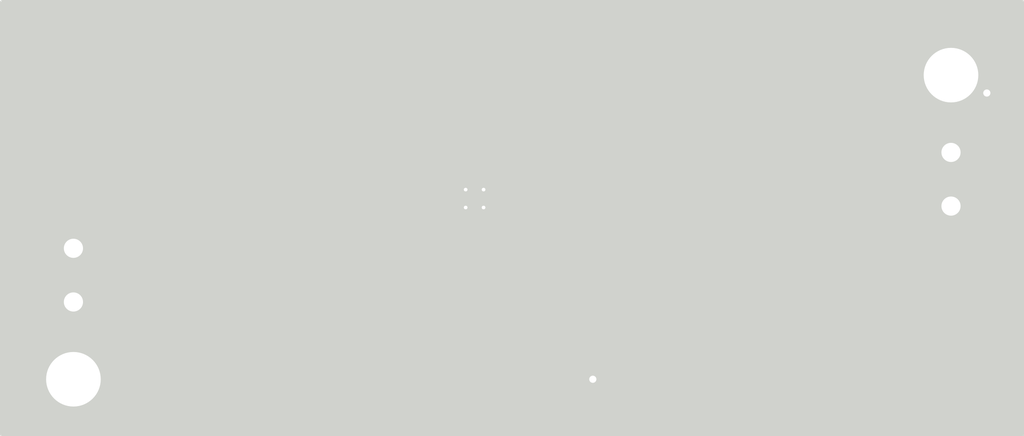
<source format=kicad_pcb>
(kicad_pcb (version 20171130) (host pcbnew "(5.0.2)-1")

  (general
    (thickness 1.6)
    (drawings 0)
    (tracks 94)
    (zones 0)
    (modules 20)
    (nets 11)
  )

  (page A4)
  (layers
    (0 F.Cu signal)
    (31 B.Cu signal)
    (32 B.Adhes user)
    (33 F.Adhes user)
    (34 B.Paste user)
    (35 F.Paste user)
    (36 B.SilkS user)
    (37 F.SilkS user)
    (38 B.Mask user)
    (39 F.Mask user)
    (40 Dwgs.User user)
    (41 Cmts.User user)
    (42 Eco1.User user)
    (43 Eco2.User user)
    (44 Edge.Cuts user)
    (45 Margin user)
    (46 B.CrtYd user)
    (47 F.CrtYd user)
    (48 B.Fab user)
    (49 F.Fab user)
  )

  (setup
    (last_trace_width 0.25)
    (trace_clearance 0.2)
    (zone_clearance 0.508)
    (zone_45_only no)
    (trace_min 0.2)
    (segment_width 0.2)
    (edge_width 0.15)
    (via_size 0.8)
    (via_drill 0.4)
    (via_min_size 0.4)
    (via_min_drill 0.3)
    (uvia_size 0.3)
    (uvia_drill 0.1)
    (uvias_allowed no)
    (uvia_min_size 0.2)
    (uvia_min_drill 0.1)
    (pcb_text_width 0.3)
    (pcb_text_size 1.5 1.5)
    (mod_edge_width 0.15)
    (mod_text_size 1 1)
    (mod_text_width 0.15)
    (pad_size 1.524 1.524)
    (pad_drill 0.762)
    (pad_to_mask_clearance 0.051)
    (solder_mask_min_width 0.25)
    (aux_axis_origin 0 0)
    (visible_elements 7FFFFFFF)
    (pcbplotparams
      (layerselection 0x010fc_ffffffff)
      (usegerberextensions false)
      (usegerberattributes false)
      (usegerberadvancedattributes false)
      (creategerberjobfile false)
      (excludeedgelayer true)
      (linewidth 0.100000)
      (plotframeref false)
      (viasonmask false)
      (mode 1)
      (useauxorigin false)
      (hpglpennumber 1)
      (hpglpenspeed 20)
      (hpglpendiameter 15.000000)
      (psnegative false)
      (psa4output false)
      (plotreference true)
      (plotvalue true)
      (plotinvisibletext false)
      (padsonsilk false)
      (subtractmaskfromsilk false)
      (outputformat 1)
      (mirror false)
      (drillshape 1)
      (scaleselection 1)
      (outputdirectory ""))
  )

  (net 0 "")
  (net 1 "Net-(1.15k1-Pad1)")
  (net 2 "Net-(1.15k1-Pad2)")
  (net 3 "Net-(100nF1-Pad1)")
  (net 4 "Net-(10k1-Pad1)")
  (net 5 "Net-(10uF1-Pad1)")
  (net 6 "Net-(1k1-Pad2)")
  (net 7 "Net-(22nF1-Pad1)")
  (net 8 "Net-(25.5k1-Pad1)")
  (net 9 "Net-(D1-Pad2)")
  (net 10 GND)

  (net_class Default "This is the default net class."
    (clearance 0.2)
    (trace_width 0.25)
    (via_dia 0.8)
    (via_drill 0.4)
    (uvia_dia 0.3)
    (uvia_drill 0.1)
    (add_net GND)
    (add_net "Net-(1.15k1-Pad1)")
    (add_net "Net-(1.15k1-Pad2)")
    (add_net "Net-(100nF1-Pad1)")
    (add_net "Net-(10k1-Pad1)")
    (add_net "Net-(10uF1-Pad1)")
    (add_net "Net-(1k1-Pad2)")
    (add_net "Net-(22nF1-Pad1)")
    (add_net "Net-(25.5k1-Pad1)")
    (add_net "Net-(D1-Pad2)")
  )

  (module 4p2c:43045-0200 (layer F.Cu) (tedit 0) (tstamp 609C28CF)
    (at 110 107)
    (descr 43045-0200)
    (tags Connector)
    (path /6016D4DD)
    (fp_text reference J1 (at -0.147 -10.096) (layer F.SilkS)
      (effects (font (size 1.27 1.27) (thickness 0.254)))
    )
    (fp_text value 4P2C (at -0.147 -10.096) (layer F.SilkS) hide
      (effects (font (size 1.27 1.27) (thickness 0.254)))
    )
    (fp_text user %R (at -0.147 -10.096) (layer F.Fab)
      (effects (font (size 1.27 1.27) (thickness 0.254)))
    )
    (fp_line (start -3.325 -2.57) (end 3.325 -2.57) (layer F.SilkS) (width 0.2))
    (fp_line (start 3.325 -2.57) (end 3.325 -12.57) (layer F.SilkS) (width 0.2))
    (fp_line (start 3.325 -12.57) (end -3.325 -12.57) (layer F.SilkS) (width 0.2))
    (fp_line (start -3.325 -12.57) (end -3.325 -2.57) (layer F.SilkS) (width 0.2))
    (fp_line (start -3.325 -2.57) (end 3.325 -2.57) (layer F.Fab) (width 0.2))
    (fp_line (start 3.325 -2.57) (end 3.325 -12.57) (layer F.Fab) (width 0.2))
    (fp_line (start 3.325 -12.57) (end -3.325 -12.57) (layer F.Fab) (width 0.2))
    (fp_line (start -3.325 -12.57) (end -3.325 -2.57) (layer F.Fab) (width 0.2))
    (fp_circle (center 5.868 -4.121) (end 5.868 -3.84664) (layer F.SilkS) (width 0.4))
    (pad 1 thru_hole circle (at 0 -4.32) (size 1.62 1.62) (drill 1.07) (layers *.Cu *.Mask)
      (net 10 GND))
    (pad 2 thru_hole circle (at 0 -7.32) (size 1.62 1.62) (drill 1.07) (layers *.Cu *.Mask)
      (net 3 "Net-(100nF1-Pad1)"))
    (pad 3 thru_hole circle (at 0 0) (size 3.05 3.05) (drill 3.05) (layers *.Cu *.Mask))
    (model 43045-0200.stp
      (offset (xyz 0 0.369999999211518 3.849999846811295))
      (scale (xyz 1 1 1))
      (rotate (xyz -90 0 0))
    )
  )

  (module Capacitor_SMD:C_1210_3225Metric_Pad1.33x2.70mm_HandSolder (layer F.Cu) (tedit 5F68FEEF) (tstamp 60AB43A6)
    (at 148 97.0625 270)
    (descr "Capacitor SMD 1210 (3225 Metric), square (rectangular) end terminal, IPC_7351 nominal with elongated pad for handsoldering. (Body size source: IPC-SM-782 page 76, https://www.pcb-3d.com/wordpress/wp-content/uploads/ipc-sm-782a_amendment_1_and_2.pdf), generated with kicad-footprint-generator")
    (tags "capacitor handsolder")
    (path /6016BBB4)
    (attr smd)
    (fp_text reference 10uF1 (at 0 -2.3 270) (layer F.SilkS)
      (effects (font (size 1 1) (thickness 0.15)))
    )
    (fp_text value Cout (at 0 2.3 270) (layer F.Fab)
      (effects (font (size 1 1) (thickness 0.15)))
    )
    (fp_line (start -1.6 1.25) (end -1.6 -1.25) (layer F.Fab) (width 0.1))
    (fp_line (start -1.6 -1.25) (end 1.6 -1.25) (layer F.Fab) (width 0.1))
    (fp_line (start 1.6 -1.25) (end 1.6 1.25) (layer F.Fab) (width 0.1))
    (fp_line (start 1.6 1.25) (end -1.6 1.25) (layer F.Fab) (width 0.1))
    (fp_line (start -0.711252 -1.36) (end 0.711252 -1.36) (layer F.SilkS) (width 0.12))
    (fp_line (start -0.711252 1.36) (end 0.711252 1.36) (layer F.SilkS) (width 0.12))
    (fp_line (start -2.48 1.6) (end -2.48 -1.6) (layer F.CrtYd) (width 0.05))
    (fp_line (start -2.48 -1.6) (end 2.48 -1.6) (layer F.CrtYd) (width 0.05))
    (fp_line (start 2.48 -1.6) (end 2.48 1.6) (layer F.CrtYd) (width 0.05))
    (fp_line (start 2.48 1.6) (end -2.48 1.6) (layer F.CrtYd) (width 0.05))
    (fp_text user %R (at 0 0 270) (layer F.Fab)
      (effects (font (size 0.8 0.8) (thickness 0.12)))
    )
    (pad 1 smd roundrect (at -1.5625 0 270) (size 1.325 2.7) (layers F.Cu F.Paste F.Mask) (roundrect_rratio 0.188679)
      (net 5 "Net-(10uF1-Pad1)"))
    (pad 2 smd roundrect (at 1.5625 0 270) (size 1.325 2.7) (layers F.Cu F.Paste F.Mask) (roundrect_rratio 0.188679)
      (net 10 GND))
    (model ${KISYS3DMOD}/Capacitor_SMD.3dshapes/C_1210_3225Metric.wrl
      (at (xyz 0 0 0))
      (scale (xyz 1 1 1))
      (rotate (xyz 0 0 0))
    )
  )

  (module Capacitor_SMD:C_0805_2012Metric_Pad1.18x1.45mm_HandSolder (layer F.Cu) (tedit 5F68FEEF) (tstamp 609C284D)
    (at 141.725 97.2875 270)
    (descr "Capacitor SMD 0805 (2012 Metric), square (rectangular) end terminal, IPC_7351 nominal with elongated pad for handsoldering. (Body size source: IPC-SM-782 page 76, https://www.pcb-3d.com/wordpress/wp-content/uploads/ipc-sm-782a_amendment_1_and_2.pdf, https://docs.google.com/spreadsheets/d/1BsfQQcO9C6DZCsRaXUlFlo91Tg2WpOkGARC1WS5S8t0/edit?usp=sharing), generated with kicad-footprint-generator")
    (tags "capacitor handsolder")
    (path /6016BBFA)
    (attr smd)
    (fp_text reference 1uF1 (at 0 -1.68 270) (layer F.SilkS)
      (effects (font (size 1 1) (thickness 0.15)))
    )
    (fp_text value Coutx (at 0 1.68 270) (layer F.Fab)
      (effects (font (size 1 1) (thickness 0.15)))
    )
    (fp_text user %R (at 0 0 270) (layer F.Fab)
      (effects (font (size 0.5 0.5) (thickness 0.08)))
    )
    (fp_line (start 1.88 0.98) (end -1.88 0.98) (layer F.CrtYd) (width 0.05))
    (fp_line (start 1.88 -0.98) (end 1.88 0.98) (layer F.CrtYd) (width 0.05))
    (fp_line (start -1.88 -0.98) (end 1.88 -0.98) (layer F.CrtYd) (width 0.05))
    (fp_line (start -1.88 0.98) (end -1.88 -0.98) (layer F.CrtYd) (width 0.05))
    (fp_line (start -0.261252 0.735) (end 0.261252 0.735) (layer F.SilkS) (width 0.12))
    (fp_line (start -0.261252 -0.735) (end 0.261252 -0.735) (layer F.SilkS) (width 0.12))
    (fp_line (start 1 0.625) (end -1 0.625) (layer F.Fab) (width 0.1))
    (fp_line (start 1 -0.625) (end 1 0.625) (layer F.Fab) (width 0.1))
    (fp_line (start -1 -0.625) (end 1 -0.625) (layer F.Fab) (width 0.1))
    (fp_line (start -1 0.625) (end -1 -0.625) (layer F.Fab) (width 0.1))
    (pad 2 smd roundrect (at 1.0375 0 270) (size 1.175 1.45) (layers F.Cu F.Paste F.Mask) (roundrect_rratio 0.212766)
      (net 10 GND))
    (pad 1 smd roundrect (at -1.0375 0 270) (size 1.175 1.45) (layers F.Cu F.Paste F.Mask) (roundrect_rratio 0.212766)
      (net 5 "Net-(10uF1-Pad1)"))
    (model ${KISYS3DMOD}/Capacitor_SMD.3dshapes/C_0805_2012Metric.wrl
      (at (xyz 0 0 0))
      (scale (xyz 1 1 1))
      (rotate (xyz 0 0 0))
    )
  )

  (module 4p2c:43045-0200 (layer F.Cu) (tedit 0) (tstamp 609C28E0)
    (at 159 90 180)
    (descr 43045-0200)
    (tags Connector)
    (path /6016D5C3)
    (fp_text reference J2 (at -0.147 -10.096 180) (layer F.SilkS)
      (effects (font (size 1.27 1.27) (thickness 0.254)))
    )
    (fp_text value 4P2C (at -0.147 -10.096 180) (layer F.SilkS) hide
      (effects (font (size 1.27 1.27) (thickness 0.254)))
    )
    (fp_circle (center 5.868 -4.121) (end 5.868 -3.84664) (layer F.SilkS) (width 0.4))
    (fp_line (start -3.325 -12.57) (end -3.325 -2.57) (layer F.Fab) (width 0.2))
    (fp_line (start 3.325 -12.57) (end -3.325 -12.57) (layer F.Fab) (width 0.2))
    (fp_line (start 3.325 -2.57) (end 3.325 -12.57) (layer F.Fab) (width 0.2))
    (fp_line (start -3.325 -2.57) (end 3.325 -2.57) (layer F.Fab) (width 0.2))
    (fp_line (start -3.325 -12.57) (end -3.325 -2.57) (layer F.SilkS) (width 0.2))
    (fp_line (start 3.325 -12.57) (end -3.325 -12.57) (layer F.SilkS) (width 0.2))
    (fp_line (start 3.325 -2.57) (end 3.325 -12.57) (layer F.SilkS) (width 0.2))
    (fp_line (start -3.325 -2.57) (end 3.325 -2.57) (layer F.SilkS) (width 0.2))
    (fp_text user %R (at -0.147 -10.096 180) (layer F.Fab)
      (effects (font (size 1.27 1.27) (thickness 0.254)))
    )
    (pad 3 thru_hole circle (at 0 0 180) (size 3.05 3.05) (drill 3.05) (layers *.Cu *.Mask))
    (pad 2 thru_hole circle (at 0 -7.32 180) (size 1.62 1.62) (drill 1.07) (layers *.Cu *.Mask)
      (net 10 GND))
    (pad 1 thru_hole circle (at 0 -4.32 180) (size 1.62 1.62) (drill 1.07) (layers *.Cu *.Mask)
      (net 5 "Net-(10uF1-Pad1)"))
    (model 43045-0200.stp
      (offset (xyz 0 0.369999999211518 3.849999846811295))
      (scale (xyz 1 1 1))
      (rotate (xyz -90 0 0))
    )
  )

  (module Diode_SMD:D_PowerDI-5 (layer F.Cu) (tedit 5DB74FF8) (tstamp 609C28AB)
    (at 140.2 90 180)
    (descr PowerDI,Diode,Vishay,https://www.diodes.com/assets/Package-Files/PowerDI5.pdf)
    (tags "PowerDI diode vishay")
    (path /6016BB4A)
    (attr smd)
    (fp_text reference D1 (at 0 -3 180) (layer F.SilkS)
      (effects (font (size 1 1) (thickness 0.15)))
    )
    (fp_text value 60.0V (at 0 3 180) (layer F.Fab)
      (effects (font (size 1 1) (thickness 0.15)))
    )
    (fp_text user %R (at 0 -3 180) (layer F.Fab)
      (effects (font (size 1 1) (thickness 0.15)))
    )
    (fp_line (start 0.3 0) (end 0.7 0) (layer F.Fab) (width 0.1))
    (fp_line (start 0.3 -0.5) (end -0.5 0) (layer F.Fab) (width 0.1))
    (fp_line (start 0.3 0.5) (end 0.3 -0.5) (layer F.Fab) (width 0.1))
    (fp_line (start -0.5 0) (end 0.3 0.5) (layer F.Fab) (width 0.1))
    (fp_line (start -0.5 0) (end -0.5 0.5) (layer F.Fab) (width 0.1))
    (fp_line (start -0.5 0) (end -0.5 -0.5) (layer F.Fab) (width 0.1))
    (fp_line (start -0.8 0) (end -0.5 0) (layer F.Fab) (width 0.1))
    (fp_line (start -2.725 2.025) (end -2.725 -2.025) (layer F.Fab) (width 0.1))
    (fp_line (start 2.725 2.025) (end -2.725 2.025) (layer F.Fab) (width 0.1))
    (fp_line (start 2.725 -2.025) (end 2.725 2.025) (layer F.Fab) (width 0.1))
    (fp_line (start -2.725 -2.025) (end 2.725 -2.025) (layer F.Fab) (width 0.1))
    (fp_line (start 3.81 2.28) (end -3.8 2.28) (layer F.CrtYd) (width 0.05))
    (fp_line (start 3.81 -2.28) (end 3.81 2.28) (layer F.CrtYd) (width 0.05))
    (fp_line (start -3.8 -2.28) (end 3.81 -2.28) (layer F.CrtYd) (width 0.05))
    (fp_line (start -3.8 2.28) (end -3.8 -2.28) (layer F.CrtYd) (width 0.05))
    (fp_line (start 1 -2.125) (end -3.81 -2.125) (layer F.SilkS) (width 0.12))
    (fp_line (start -3.81 2.125) (end 1 2.125) (layer F.SilkS) (width 0.12))
    (fp_line (start -3.81 2.125) (end -3.81 -2.125) (layer F.SilkS) (width 0.12))
    (pad 1 smd rect (at -1.12 0) (size 4.86 3.36) (layers F.Cu F.Paste F.Mask)
      (net 5 "Net-(10uF1-Pad1)"))
    (pad 2 smd rect (at 2.862 0.92) (size 1.4 1.39) (layers F.Cu F.Paste F.Mask)
      (net 9 "Net-(D1-Pad2)"))
    (pad 2 smd rect (at 2.862 -0.92) (size 1.4 1.39) (layers F.Cu F.Paste F.Mask)
      (net 9 "Net-(D1-Pad2)"))
    (model ${KISYS3DMOD}/Diode_SMD.3dshapes/D_PowerDI-5.wrl
      (at (xyz 0 0 0))
      (scale (xyz 1 1 1))
      (rotate (xyz 0 0 0))
    )
  )

  (module Resistor_SMD:R_0402_1005Metric_Pad0.72x0.64mm_HandSolder (layer F.Cu) (tedit 5F6BB9E0) (tstamp 609C27D6)
    (at 132.4175 103.546)
    (descr "Resistor SMD 0402 (1005 Metric), square (rectangular) end terminal, IPC_7351 nominal with elongated pad for handsoldering. (Body size source: IPC-SM-782 page 72, https://www.pcb-3d.com/wordpress/wp-content/uploads/ipc-sm-782a_amendment_1_and_2.pdf), generated with kicad-footprint-generator")
    (tags "resistor handsolder")
    (path /60170AC1)
    (attr smd)
    (fp_text reference 1.15k1 (at 0 -1.17) (layer F.SilkS)
      (effects (font (size 1 1) (thickness 0.15)))
    )
    (fp_text value Rcomp (at 0 1.17) (layer F.Fab)
      (effects (font (size 1 1) (thickness 0.15)))
    )
    (fp_line (start -0.525 0.27) (end -0.525 -0.27) (layer F.Fab) (width 0.1))
    (fp_line (start -0.525 -0.27) (end 0.525 -0.27) (layer F.Fab) (width 0.1))
    (fp_line (start 0.525 -0.27) (end 0.525 0.27) (layer F.Fab) (width 0.1))
    (fp_line (start 0.525 0.27) (end -0.525 0.27) (layer F.Fab) (width 0.1))
    (fp_line (start -0.167621 -0.38) (end 0.167621 -0.38) (layer F.SilkS) (width 0.12))
    (fp_line (start -0.167621 0.38) (end 0.167621 0.38) (layer F.SilkS) (width 0.12))
    (fp_line (start -1.1 0.47) (end -1.1 -0.47) (layer F.CrtYd) (width 0.05))
    (fp_line (start -1.1 -0.47) (end 1.1 -0.47) (layer F.CrtYd) (width 0.05))
    (fp_line (start 1.1 -0.47) (end 1.1 0.47) (layer F.CrtYd) (width 0.05))
    (fp_line (start 1.1 0.47) (end -1.1 0.47) (layer F.CrtYd) (width 0.05))
    (fp_text user %R (at 0 0) (layer F.Fab)
      (effects (font (size 0.26 0.26) (thickness 0.04)))
    )
    (pad 1 smd roundrect (at -0.5975 0) (size 0.715 0.64) (layers F.Cu F.Paste F.Mask) (roundrect_rratio 0.25)
      (net 1 "Net-(1.15k1-Pad1)"))
    (pad 2 smd roundrect (at 0.5975 0) (size 0.715 0.64) (layers F.Cu F.Paste F.Mask) (roundrect_rratio 0.25)
      (net 2 "Net-(1.15k1-Pad2)"))
    (model ${KISYS3DMOD}/Resistor_SMD.3dshapes/R_0402_1005Metric.wrl
      (at (xyz 0 0 0))
      (scale (xyz 1 1 1))
      (rotate (xyz 0 0 0))
    )
  )

  (module Capacitor_SMD:C_0402_1005Metric_Pad0.74x0.62mm_HandSolder (layer F.Cu) (tedit 5F6BB22C) (tstamp 609C27E7)
    (at 126.97 98.317498 270)
    (descr "Capacitor SMD 0402 (1005 Metric), square (rectangular) end terminal, IPC_7351 nominal with elongated pad for handsoldering. (Body size source: IPC-SM-782 page 76, https://www.pcb-3d.com/wordpress/wp-content/uploads/ipc-sm-782a_amendment_1_and_2.pdf), generated with kicad-footprint-generator")
    (tags "capacitor handsolder")
    (path /6016BA8F)
    (attr smd)
    (fp_text reference 100nF1 (at 0 -1.16 270) (layer F.SilkS)
      (effects (font (size 1 1) (thickness 0.15)))
    )
    (fp_text value Cinx (at 0 1.16 270) (layer F.Fab)
      (effects (font (size 1 1) (thickness 0.15)))
    )
    (fp_text user %R (at 0 0 270) (layer F.Fab)
      (effects (font (size 0.25 0.25) (thickness 0.04)))
    )
    (fp_line (start 1.08 0.46) (end -1.08 0.46) (layer F.CrtYd) (width 0.05))
    (fp_line (start 1.08 -0.46) (end 1.08 0.46) (layer F.CrtYd) (width 0.05))
    (fp_line (start -1.08 -0.46) (end 1.08 -0.46) (layer F.CrtYd) (width 0.05))
    (fp_line (start -1.08 0.46) (end -1.08 -0.46) (layer F.CrtYd) (width 0.05))
    (fp_line (start -0.115835 0.36) (end 0.115835 0.36) (layer F.SilkS) (width 0.12))
    (fp_line (start -0.115835 -0.36) (end 0.115835 -0.36) (layer F.SilkS) (width 0.12))
    (fp_line (start 0.5 0.25) (end -0.5 0.25) (layer F.Fab) (width 0.1))
    (fp_line (start 0.5 -0.25) (end 0.5 0.25) (layer F.Fab) (width 0.1))
    (fp_line (start -0.5 -0.25) (end 0.5 -0.25) (layer F.Fab) (width 0.1))
    (fp_line (start -0.5 0.25) (end -0.5 -0.25) (layer F.Fab) (width 0.1))
    (pad 2 smd roundrect (at 0.5675 0 270) (size 0.735 0.62) (layers F.Cu F.Paste F.Mask) (roundrect_rratio 0.25)
      (net 10 GND))
    (pad 1 smd roundrect (at -0.5675 0 270) (size 0.735 0.62) (layers F.Cu F.Paste F.Mask) (roundrect_rratio 0.25)
      (net 3 "Net-(100nF1-Pad1)"))
    (model ${KISYS3DMOD}/Capacitor_SMD.3dshapes/C_0402_1005Metric.wrl
      (at (xyz 0 0 0))
      (scale (xyz 1 1 1))
      (rotate (xyz 0 0 0))
    )
  )

  (module Resistor_SMD:R_0201_0603Metric_Pad0.64x0.40mm_HandSolder (layer F.Cu) (tedit 5F6BB9E0) (tstamp 609C27F8)
    (at 135.962501 102.96)
    (descr "Resistor SMD 0201 (0603 Metric), square (rectangular) end terminal, IPC_7351 nominal with elongated pad for handsoldering. (Body size source: https://www.vishay.com/docs/20052/crcw0201e3.pdf), generated with kicad-footprint-generator")
    (tags "resistor handsolder")
    (path /6016E722)
    (attr smd)
    (fp_text reference 10k1 (at 0 -1.05) (layer F.SilkS)
      (effects (font (size 1 1) (thickness 0.15)))
    )
    (fp_text value Rfbb (at 0 1.05) (layer F.Fab)
      (effects (font (size 1 1) (thickness 0.15)))
    )
    (fp_line (start -0.3 0.15) (end -0.3 -0.15) (layer F.Fab) (width 0.1))
    (fp_line (start -0.3 -0.15) (end 0.3 -0.15) (layer F.Fab) (width 0.1))
    (fp_line (start 0.3 -0.15) (end 0.3 0.15) (layer F.Fab) (width 0.1))
    (fp_line (start 0.3 0.15) (end -0.3 0.15) (layer F.Fab) (width 0.1))
    (fp_line (start -0.88 0.35) (end -0.88 -0.35) (layer F.CrtYd) (width 0.05))
    (fp_line (start -0.88 -0.35) (end 0.88 -0.35) (layer F.CrtYd) (width 0.05))
    (fp_line (start 0.88 -0.35) (end 0.88 0.35) (layer F.CrtYd) (width 0.05))
    (fp_line (start 0.88 0.35) (end -0.88 0.35) (layer F.CrtYd) (width 0.05))
    (fp_text user %R (at 0 -0.68) (layer F.Fab)
      (effects (font (size 0.25 0.25) (thickness 0.04)))
    )
    (pad "" smd roundrect (at -0.4325 0) (size 0.458 0.36) (layers F.Paste) (roundrect_rratio 0.25))
    (pad "" smd roundrect (at 0.4325 0) (size 0.458 0.36) (layers F.Paste) (roundrect_rratio 0.25))
    (pad 1 smd roundrect (at -0.4075 0) (size 0.635 0.4) (layers F.Cu F.Mask) (roundrect_rratio 0.25)
      (net 4 "Net-(10k1-Pad1)"))
    (pad 2 smd roundrect (at 0.4075 0) (size 0.635 0.4) (layers F.Cu F.Mask) (roundrect_rratio 0.25)
      (net 10 GND))
    (model ${KISYS3DMOD}/Resistor_SMD.3dshapes/R_0201_0603Metric.wrl
      (at (xyz 0 0 0))
      (scale (xyz 1 1 1))
      (rotate (xyz 0 0 0))
    )
  )

  (module Resistor_SMD:R_0402_1005Metric_Pad0.72x0.64mm_HandSolder (layer F.Cu) (tedit 5F6BB9E0) (tstamp 609C281A)
    (at 136.152501 105.26 180)
    (descr "Resistor SMD 0402 (1005 Metric), square (rectangular) end terminal, IPC_7351 nominal with elongated pad for handsoldering. (Body size source: IPC-SM-782 page 72, https://www.pcb-3d.com/wordpress/wp-content/uploads/ipc-sm-782a_amendment_1_and_2.pdf), generated with kicad-footprint-generator")
    (tags "resistor handsolder")
    (path /6016E6CA)
    (attr smd)
    (fp_text reference 143k1 (at 0 -1.17 180) (layer F.SilkS)
      (effects (font (size 1 1) (thickness 0.15)))
    )
    (fp_text value Rftbt (at 0 1.17 180) (layer F.Fab)
      (effects (font (size 1 1) (thickness 0.15)))
    )
    (fp_text user %R (at 0 0 180) (layer F.Fab)
      (effects (font (size 0.26 0.26) (thickness 0.04)))
    )
    (fp_line (start 1.1 0.47) (end -1.1 0.47) (layer F.CrtYd) (width 0.05))
    (fp_line (start 1.1 -0.47) (end 1.1 0.47) (layer F.CrtYd) (width 0.05))
    (fp_line (start -1.1 -0.47) (end 1.1 -0.47) (layer F.CrtYd) (width 0.05))
    (fp_line (start -1.1 0.47) (end -1.1 -0.47) (layer F.CrtYd) (width 0.05))
    (fp_line (start -0.167621 0.38) (end 0.167621 0.38) (layer F.SilkS) (width 0.12))
    (fp_line (start -0.167621 -0.38) (end 0.167621 -0.38) (layer F.SilkS) (width 0.12))
    (fp_line (start 0.525 0.27) (end -0.525 0.27) (layer F.Fab) (width 0.1))
    (fp_line (start 0.525 -0.27) (end 0.525 0.27) (layer F.Fab) (width 0.1))
    (fp_line (start -0.525 -0.27) (end 0.525 -0.27) (layer F.Fab) (width 0.1))
    (fp_line (start -0.525 0.27) (end -0.525 -0.27) (layer F.Fab) (width 0.1))
    (pad 2 smd roundrect (at 0.5975 0 180) (size 0.715 0.64) (layers F.Cu F.Paste F.Mask) (roundrect_rratio 0.25)
      (net 4 "Net-(10k1-Pad1)"))
    (pad 1 smd roundrect (at -0.5975 0 180) (size 0.715 0.64) (layers F.Cu F.Paste F.Mask) (roundrect_rratio 0.25)
      (net 5 "Net-(10uF1-Pad1)"))
    (model ${KISYS3DMOD}/Resistor_SMD.3dshapes/R_0402_1005Metric.wrl
      (at (xyz 0 0 0))
      (scale (xyz 1 1 1))
      (rotate (xyz 0 0 0))
    )
  )

  (module Capacitor_SMD:C_0201_0603Metric_Pad0.64x0.40mm_HandSolder (layer F.Cu) (tedit 5F6BB9E0) (tstamp 609C282B)
    (at 128.9675 107.1 180)
    (descr "Capacitor SMD 0201 (0603 Metric), square (rectangular) end terminal, IPC_7351 nominal with elongated pad for handsoldering. (Body size source: https://www.vishay.com/docs/20052/crcw0201e3.pdf), generated with kicad-footprint-generator")
    (tags "capacitor handsolder")
    (path /60170B8C)
    (attr smd)
    (fp_text reference 15nF1 (at 0 -1.05 180) (layer F.SilkS)
      (effects (font (size 1 1) (thickness 0.15)))
    )
    (fp_text value Ccomp (at 0 1.05 180) (layer F.Fab)
      (effects (font (size 1 1) (thickness 0.15)))
    )
    (fp_line (start -0.3 0.15) (end -0.3 -0.15) (layer F.Fab) (width 0.1))
    (fp_line (start -0.3 -0.15) (end 0.3 -0.15) (layer F.Fab) (width 0.1))
    (fp_line (start 0.3 -0.15) (end 0.3 0.15) (layer F.Fab) (width 0.1))
    (fp_line (start 0.3 0.15) (end -0.3 0.15) (layer F.Fab) (width 0.1))
    (fp_line (start -0.88 0.35) (end -0.88 -0.35) (layer F.CrtYd) (width 0.05))
    (fp_line (start -0.88 -0.35) (end 0.88 -0.35) (layer F.CrtYd) (width 0.05))
    (fp_line (start 0.88 -0.35) (end 0.88 0.35) (layer F.CrtYd) (width 0.05))
    (fp_line (start 0.88 0.35) (end -0.88 0.35) (layer F.CrtYd) (width 0.05))
    (fp_text user %R (at 0 -0.68 180) (layer F.Fab)
      (effects (font (size 0.25 0.25) (thickness 0.04)))
    )
    (pad "" smd roundrect (at -0.4325 0 180) (size 0.458 0.36) (layers F.Paste) (roundrect_rratio 0.25))
    (pad "" smd roundrect (at 0.4325 0 180) (size 0.458 0.36) (layers F.Paste) (roundrect_rratio 0.25))
    (pad 1 smd roundrect (at -0.4075 0 180) (size 0.635 0.4) (layers F.Cu F.Mask) (roundrect_rratio 0.25)
      (net 1 "Net-(1.15k1-Pad1)"))
    (pad 2 smd roundrect (at 0.4075 0 180) (size 0.635 0.4) (layers F.Cu F.Mask) (roundrect_rratio 0.25)
      (net 10 GND))
    (model ${KISYS3DMOD}/Capacitor_SMD.3dshapes/C_0201_0603Metric.wrl
      (at (xyz 0 0 0))
      (scale (xyz 1 1 1))
      (rotate (xyz 0 0 0))
    )
  )

  (module Resistor_SMD:R_1206_3216Metric_Pad1.30x1.75mm_HandSolder (layer F.Cu) (tedit 5F68FEEE) (tstamp 609C283C)
    (at 116 92.45 270)
    (descr "Resistor SMD 1206 (3216 Metric), square (rectangular) end terminal, IPC_7351 nominal with elongated pad for handsoldering. (Body size source: IPC-SM-782 page 72, https://www.pcb-3d.com/wordpress/wp-content/uploads/ipc-sm-782a_amendment_1_and_2.pdf), generated with kicad-footprint-generator")
    (tags "resistor handsolder")
    (path /6016BC4B)
    (attr smd)
    (fp_text reference 1k1 (at 0 -1.82 270) (layer F.SilkS)
      (effects (font (size 1 1) (thickness 0.15)))
    )
    (fp_text value R (at 0 1.82 270) (layer F.Fab)
      (effects (font (size 1 1) (thickness 0.15)))
    )
    (fp_line (start -1.6 0.8) (end -1.6 -0.8) (layer F.Fab) (width 0.1))
    (fp_line (start -1.6 -0.8) (end 1.6 -0.8) (layer F.Fab) (width 0.1))
    (fp_line (start 1.6 -0.8) (end 1.6 0.8) (layer F.Fab) (width 0.1))
    (fp_line (start 1.6 0.8) (end -1.6 0.8) (layer F.Fab) (width 0.1))
    (fp_line (start -0.727064 -0.91) (end 0.727064 -0.91) (layer F.SilkS) (width 0.12))
    (fp_line (start -0.727064 0.91) (end 0.727064 0.91) (layer F.SilkS) (width 0.12))
    (fp_line (start -2.45 1.12) (end -2.45 -1.12) (layer F.CrtYd) (width 0.05))
    (fp_line (start -2.45 -1.12) (end 2.45 -1.12) (layer F.CrtYd) (width 0.05))
    (fp_line (start 2.45 -1.12) (end 2.45 1.12) (layer F.CrtYd) (width 0.05))
    (fp_line (start 2.45 1.12) (end -2.45 1.12) (layer F.CrtYd) (width 0.05))
    (fp_text user %R (at 0 0 270) (layer F.Fab)
      (effects (font (size 0.8 0.8) (thickness 0.12)))
    )
    (pad 1 smd roundrect (at -1.55 0 270) (size 1.3 1.75) (layers F.Cu F.Paste F.Mask) (roundrect_rratio 0.192308)
      (net 3 "Net-(100nF1-Pad1)"))
    (pad 2 smd roundrect (at 1.55 0 270) (size 1.3 1.75) (layers F.Cu F.Paste F.Mask) (roundrect_rratio 0.192308)
      (net 6 "Net-(1k1-Pad2)"))
    (model ${KISYS3DMOD}/Resistor_SMD.3dshapes/R_1206_3216Metric.wrl
      (at (xyz 0 0 0))
      (scale (xyz 1 1 1))
      (rotate (xyz 0 0 0))
    )
  )

  (module Capacitor_SMD:C_0402_1005Metric_Pad0.74x0.62mm_HandSolder (layer F.Cu) (tedit 5F6BB22C) (tstamp 609C285E)
    (at 129.1275 104.96 180)
    (descr "Capacitor SMD 0402 (1005 Metric), square (rectangular) end terminal, IPC_7351 nominal with elongated pad for handsoldering. (Body size source: IPC-SM-782 page 76, https://www.pcb-3d.com/wordpress/wp-content/uploads/ipc-sm-782a_amendment_1_and_2.pdf), generated with kicad-footprint-generator")
    (tags "capacitor handsolder")
    (path /6016CD8F)
    (attr smd)
    (fp_text reference 22nF1 (at 0 -1.16 180) (layer F.SilkS)
      (effects (font (size 1 1) (thickness 0.15)))
    )
    (fp_text value Css (at 0 1.16 180) (layer F.Fab)
      (effects (font (size 1 1) (thickness 0.15)))
    )
    (fp_line (start -0.5 0.25) (end -0.5 -0.25) (layer F.Fab) (width 0.1))
    (fp_line (start -0.5 -0.25) (end 0.5 -0.25) (layer F.Fab) (width 0.1))
    (fp_line (start 0.5 -0.25) (end 0.5 0.25) (layer F.Fab) (width 0.1))
    (fp_line (start 0.5 0.25) (end -0.5 0.25) (layer F.Fab) (width 0.1))
    (fp_line (start -0.115835 -0.36) (end 0.115835 -0.36) (layer F.SilkS) (width 0.12))
    (fp_line (start -0.115835 0.36) (end 0.115835 0.36) (layer F.SilkS) (width 0.12))
    (fp_line (start -1.08 0.46) (end -1.08 -0.46) (layer F.CrtYd) (width 0.05))
    (fp_line (start -1.08 -0.46) (end 1.08 -0.46) (layer F.CrtYd) (width 0.05))
    (fp_line (start 1.08 -0.46) (end 1.08 0.46) (layer F.CrtYd) (width 0.05))
    (fp_line (start 1.08 0.46) (end -1.08 0.46) (layer F.CrtYd) (width 0.05))
    (fp_text user %R (at 0 0 180) (layer F.Fab)
      (effects (font (size 0.25 0.25) (thickness 0.04)))
    )
    (pad 1 smd roundrect (at -0.5675 0 180) (size 0.735 0.62) (layers F.Cu F.Paste F.Mask) (roundrect_rratio 0.25)
      (net 7 "Net-(22nF1-Pad1)"))
    (pad 2 smd roundrect (at 0.5675 0 180) (size 0.735 0.62) (layers F.Cu F.Paste F.Mask) (roundrect_rratio 0.25)
      (net 10 GND))
    (model ${KISYS3DMOD}/Capacitor_SMD.3dshapes/C_0402_1005Metric.wrl
      (at (xyz 0 0 0))
      (scale (xyz 1 1 1))
      (rotate (xyz 0 0 0))
    )
  )

  (module Capacitor_SMD:C_0805_2012Metric_Pad1.18x1.45mm_HandSolder (layer F.Cu) (tedit 5F68FEEF) (tstamp 609C286F)
    (at 120.97 98.787498 270)
    (descr "Capacitor SMD 0805 (2012 Metric), square (rectangular) end terminal, IPC_7351 nominal with elongated pad for handsoldering. (Body size source: IPC-SM-782 page 76, https://www.pcb-3d.com/wordpress/wp-content/uploads/ipc-sm-782a_amendment_1_and_2.pdf, https://docs.google.com/spreadsheets/d/1BsfQQcO9C6DZCsRaXUlFlo91Tg2WpOkGARC1WS5S8t0/edit?usp=sharing), generated with kicad-footprint-generator")
    (tags "capacitor handsolder")
    (path /6016BA43)
    (attr smd)
    (fp_text reference 22uF1 (at 0 -1.68 270) (layer F.SilkS)
      (effects (font (size 1 1) (thickness 0.15)))
    )
    (fp_text value Cin (at 0 1.68 270) (layer F.Fab)
      (effects (font (size 1 1) (thickness 0.15)))
    )
    (fp_line (start -1 0.625) (end -1 -0.625) (layer F.Fab) (width 0.1))
    (fp_line (start -1 -0.625) (end 1 -0.625) (layer F.Fab) (width 0.1))
    (fp_line (start 1 -0.625) (end 1 0.625) (layer F.Fab) (width 0.1))
    (fp_line (start 1 0.625) (end -1 0.625) (layer F.Fab) (width 0.1))
    (fp_line (start -0.261252 -0.735) (end 0.261252 -0.735) (layer F.SilkS) (width 0.12))
    (fp_line (start -0.261252 0.735) (end 0.261252 0.735) (layer F.SilkS) (width 0.12))
    (fp_line (start -1.88 0.98) (end -1.88 -0.98) (layer F.CrtYd) (width 0.05))
    (fp_line (start -1.88 -0.98) (end 1.88 -0.98) (layer F.CrtYd) (width 0.05))
    (fp_line (start 1.88 -0.98) (end 1.88 0.98) (layer F.CrtYd) (width 0.05))
    (fp_line (start 1.88 0.98) (end -1.88 0.98) (layer F.CrtYd) (width 0.05))
    (fp_text user %R (at 0 0 270) (layer F.Fab)
      (effects (font (size 0.5 0.5) (thickness 0.08)))
    )
    (pad 1 smd roundrect (at -1.0375 0 270) (size 1.175 1.45) (layers F.Cu F.Paste F.Mask) (roundrect_rratio 0.212766)
      (net 3 "Net-(100nF1-Pad1)"))
    (pad 2 smd roundrect (at 1.0375 0 270) (size 1.175 1.45) (layers F.Cu F.Paste F.Mask) (roundrect_rratio 0.212766)
      (net 10 GND))
    (model ${KISYS3DMOD}/Capacitor_SMD.3dshapes/C_0805_2012Metric.wrl
      (at (xyz 0 0 0))
      (scale (xyz 1 1 1))
      (rotate (xyz 0 0 0))
    )
  )

  (module Resistor_SMD:R_0402_1005Metric_Pad0.72x0.64mm_HandSolder (layer F.Cu) (tedit 5F6BB9E0) (tstamp 609C2880)
    (at 136.640711 99.79179 270)
    (descr "Resistor SMD 0402 (1005 Metric), square (rectangular) end terminal, IPC_7351 nominal with elongated pad for handsoldering. (Body size source: IPC-SM-782 page 72, https://www.pcb-3d.com/wordpress/wp-content/uploads/ipc-sm-782a_amendment_1_and_2.pdf), generated with kicad-footprint-generator")
    (tags "resistor handsolder")
    (path /6016C48B)
    (attr smd)
    (fp_text reference 25.5k1 (at 0 -1.17 270) (layer F.SilkS)
      (effects (font (size 1 1) (thickness 0.15)))
    )
    (fp_text value Rt (at 0 1.17 270) (layer F.Fab)
      (effects (font (size 1 1) (thickness 0.15)))
    )
    (fp_line (start -0.525 0.27) (end -0.525 -0.27) (layer F.Fab) (width 0.1))
    (fp_line (start -0.525 -0.27) (end 0.525 -0.27) (layer F.Fab) (width 0.1))
    (fp_line (start 0.525 -0.27) (end 0.525 0.27) (layer F.Fab) (width 0.1))
    (fp_line (start 0.525 0.27) (end -0.525 0.27) (layer F.Fab) (width 0.1))
    (fp_line (start -0.167621 -0.38) (end 0.167621 -0.38) (layer F.SilkS) (width 0.12))
    (fp_line (start -0.167621 0.38) (end 0.167621 0.38) (layer F.SilkS) (width 0.12))
    (fp_line (start -1.1 0.47) (end -1.1 -0.47) (layer F.CrtYd) (width 0.05))
    (fp_line (start -1.1 -0.47) (end 1.1 -0.47) (layer F.CrtYd) (width 0.05))
    (fp_line (start 1.1 -0.47) (end 1.1 0.47) (layer F.CrtYd) (width 0.05))
    (fp_line (start 1.1 0.47) (end -1.1 0.47) (layer F.CrtYd) (width 0.05))
    (fp_text user %R (at 0 0 270) (layer F.Fab)
      (effects (font (size 0.26 0.26) (thickness 0.04)))
    )
    (pad 1 smd roundrect (at -0.5975 0 270) (size 0.715 0.64) (layers F.Cu F.Paste F.Mask) (roundrect_rratio 0.25)
      (net 8 "Net-(25.5k1-Pad1)"))
    (pad 2 smd roundrect (at 0.5975 0 270) (size 0.715 0.64) (layers F.Cu F.Paste F.Mask) (roundrect_rratio 0.25)
      (net 10 GND))
    (model ${KISYS3DMOD}/Resistor_SMD.3dshapes/R_0402_1005Metric.wrl
      (at (xyz 0 0 0))
      (scale (xyz 1 1 1))
      (rotate (xyz 0 0 0))
    )
  )

  (module Capacitor_SMD:C_0201_0603Metric_Pad0.64x0.40mm_HandSolder (layer F.Cu) (tedit 5F6BB9E0) (tstamp 609EA07F)
    (at 132.6075 101.26 180)
    (descr "Capacitor SMD 0201 (0603 Metric), square (rectangular) end terminal, IPC_7351 nominal with elongated pad for handsoldering. (Body size source: https://www.vishay.com/docs/20052/crcw0201e3.pdf), generated with kicad-footprint-generator")
    (tags "capacitor handsolder")
    (path /60170B32)
    (attr smd)
    (fp_text reference 3.9nF1 (at 0 -1.05 180) (layer F.SilkS)
      (effects (font (size 1 1) (thickness 0.15)))
    )
    (fp_text value Ccomp2 (at 0 1.05 180) (layer F.Fab)
      (effects (font (size 1 1) (thickness 0.15)))
    )
    (fp_line (start -0.3 0.15) (end -0.3 -0.15) (layer F.Fab) (width 0.1))
    (fp_line (start -0.3 -0.15) (end 0.3 -0.15) (layer F.Fab) (width 0.1))
    (fp_line (start 0.3 -0.15) (end 0.3 0.15) (layer F.Fab) (width 0.1))
    (fp_line (start 0.3 0.15) (end -0.3 0.15) (layer F.Fab) (width 0.1))
    (fp_line (start -0.88 0.35) (end -0.88 -0.35) (layer F.CrtYd) (width 0.05))
    (fp_line (start -0.88 -0.35) (end 0.88 -0.35) (layer F.CrtYd) (width 0.05))
    (fp_line (start 0.88 -0.35) (end 0.88 0.35) (layer F.CrtYd) (width 0.05))
    (fp_line (start 0.88 0.35) (end -0.88 0.35) (layer F.CrtYd) (width 0.05))
    (fp_text user %R (at 0 -0.68 180) (layer F.Fab)
      (effects (font (size 0.25 0.25) (thickness 0.04)))
    )
    (pad "" smd roundrect (at -0.4325 0 180) (size 0.458 0.36) (layers F.Paste) (roundrect_rratio 0.25))
    (pad "" smd roundrect (at 0.4325 0 180) (size 0.458 0.36) (layers F.Paste) (roundrect_rratio 0.25))
    (pad 1 smd roundrect (at -0.4075 0 180) (size 0.635 0.4) (layers F.Cu F.Mask) (roundrect_rratio 0.25)
      (net 2 "Net-(1.15k1-Pad2)"))
    (pad 2 smd roundrect (at 0.4075 0 180) (size 0.635 0.4) (layers F.Cu F.Mask) (roundrect_rratio 0.25)
      (net 10 GND))
    (model ${KISYS3DMOD}/Capacitor_SMD.3dshapes/C_0201_0603Metric.wrl
      (at (xyz 0 0 0))
      (scale (xyz 1 1 1))
      (rotate (xyz 0 0 0))
    )
  )

  (module LED_SMD:LED_1206_3216Metric_Pad1.42x1.75mm_HandSolder (layer F.Cu) (tedit 5F68FEF1) (tstamp 609C28BE)
    (at 116 98.4875 90)
    (descr "LED SMD 1206 (3216 Metric), square (rectangular) end terminal, IPC_7351 nominal, (Body size source: http://www.tortai-tech.com/upload/download/2011102023233369053.pdf), generated with kicad-footprint-generator")
    (tags "LED handsolder")
    (path /6016BADF)
    (attr smd)
    (fp_text reference D2 (at 0 -1.82 90) (layer F.SilkS)
      (effects (font (size 1 1) (thickness 0.15)))
    )
    (fp_text value LED (at 0 1.82 90) (layer F.Fab)
      (effects (font (size 1 1) (thickness 0.15)))
    )
    (fp_line (start 1.6 -0.8) (end -1.2 -0.8) (layer F.Fab) (width 0.1))
    (fp_line (start -1.2 -0.8) (end -1.6 -0.4) (layer F.Fab) (width 0.1))
    (fp_line (start -1.6 -0.4) (end -1.6 0.8) (layer F.Fab) (width 0.1))
    (fp_line (start -1.6 0.8) (end 1.6 0.8) (layer F.Fab) (width 0.1))
    (fp_line (start 1.6 0.8) (end 1.6 -0.8) (layer F.Fab) (width 0.1))
    (fp_line (start 1.6 -1.135) (end -2.46 -1.135) (layer F.SilkS) (width 0.12))
    (fp_line (start -2.46 -1.135) (end -2.46 1.135) (layer F.SilkS) (width 0.12))
    (fp_line (start -2.46 1.135) (end 1.6 1.135) (layer F.SilkS) (width 0.12))
    (fp_line (start -2.45 1.12) (end -2.45 -1.12) (layer F.CrtYd) (width 0.05))
    (fp_line (start -2.45 -1.12) (end 2.45 -1.12) (layer F.CrtYd) (width 0.05))
    (fp_line (start 2.45 -1.12) (end 2.45 1.12) (layer F.CrtYd) (width 0.05))
    (fp_line (start 2.45 1.12) (end -2.45 1.12) (layer F.CrtYd) (width 0.05))
    (fp_text user %R (at 0 0 90) (layer F.Fab)
      (effects (font (size 0.8 0.8) (thickness 0.12)))
    )
    (pad 1 smd roundrect (at -1.4875 0 90) (size 1.425 1.75) (layers F.Cu F.Paste F.Mask) (roundrect_rratio 0.175439)
      (net 10 GND))
    (pad 2 smd roundrect (at 1.4875 0 90) (size 1.425 1.75) (layers F.Cu F.Paste F.Mask) (roundrect_rratio 0.175439)
      (net 6 "Net-(1k1-Pad2)"))
    (model ${KISYS3DMOD}/LED_SMD.3dshapes/LED_1206_3216Metric.wrl
      (at (xyz 0 0 0))
      (scale (xyz 1 1 1))
      (rotate (xyz 0 0 0))
    )
  )

  (module Inductor_SMD:L_Wuerth_MAPI-4030 (layer F.Cu) (tedit 59912BEE) (tstamp 609C28F1)
    (at 122.815 90)
    (descr "Inductor, Wuerth Elektronik, Wuerth_MAPI-4030, 4.0mmx4.0mm")
    (tags "inductor Wuerth smd")
    (path /6016B883)
    (attr smd)
    (fp_text reference L1 (at 0 -2.85) (layer F.SilkS)
      (effects (font (size 1 1) (thickness 0.15)))
    )
    (fp_text value 1.2uH (at 0 3.35) (layer F.Fab)
      (effects (font (size 1 1) (thickness 0.15)))
    )
    (fp_text user %R (at 0 0) (layer F.Fab)
      (effects (font (size 0.8 0.8) (thickness 0.15)))
    )
    (fp_line (start -2 -2) (end -2 2) (layer F.Fab) (width 0.1))
    (fp_line (start -2 2) (end 2 2) (layer F.Fab) (width 0.1))
    (fp_line (start 2 2) (end 2 -2) (layer F.Fab) (width 0.1))
    (fp_line (start 2 -2) (end -2 -2) (layer F.Fab) (width 0.1))
    (fp_line (start -2 -2.2) (end -2 2.2) (layer F.CrtYd) (width 0.05))
    (fp_line (start -2 2.2) (end 2 2.2) (layer F.CrtYd) (width 0.05))
    (fp_line (start 2 2.2) (end 2 -2.2) (layer F.CrtYd) (width 0.05))
    (fp_line (start 2 -2.2) (end -2 -2.2) (layer F.CrtYd) (width 0.05))
    (fp_line (start -0.495 -2.1) (end 0.495 -2.1) (layer F.SilkS) (width 0.12))
    (fp_line (start -0.495 2.1) (end 0.495 2.1) (layer F.SilkS) (width 0.12))
    (pad 1 smd rect (at -1.185 0) (size 0.98 3.7) (layers F.Cu F.Paste F.Mask)
      (net 3 "Net-(100nF1-Pad1)"))
    (pad 2 smd rect (at 1.185 0) (size 0.98 3.7) (layers F.Cu F.Paste F.Mask)
      (net 9 "Net-(D1-Pad2)"))
    (model ${KISYS3DMOD}/Inductor_SMD.3dshapes/L_Wuerth_MAPI-4030.wrl
      (at (xyz 0 0 0))
      (scale (xyz 1 1 1))
      (rotate (xyz 0 0 0))
    )
  )

  (module Capacitor_SMD:C_1210_3225Metric_Pad1.33x2.70mm_HandSolder (layer F.Cu) (tedit 5F68FEEF) (tstamp 60AAA896)
    (at 153 97 270)
    (descr "Capacitor SMD 1210 (3225 Metric), square (rectangular) end terminal, IPC_7351 nominal with elongated pad for handsoldering. (Body size source: IPC-SM-782 page 76, https://www.pcb-3d.com/wordpress/wp-content/uploads/ipc-sm-782a_amendment_1_and_2.pdf), generated with kicad-footprint-generator")
    (tags "capacitor handsolder")
    (path /6064A34E)
    (attr smd)
    (fp_text reference 10uF2 (at 0 -2.3 270) (layer F.SilkS)
      (effects (font (size 1 1) (thickness 0.15)))
    )
    (fp_text value Cout2 (at 0 2.3 270) (layer F.Fab)
      (effects (font (size 1 1) (thickness 0.15)))
    )
    (fp_line (start -1.6 1.25) (end -1.6 -1.25) (layer F.Fab) (width 0.1))
    (fp_line (start -1.6 -1.25) (end 1.6 -1.25) (layer F.Fab) (width 0.1))
    (fp_line (start 1.6 -1.25) (end 1.6 1.25) (layer F.Fab) (width 0.1))
    (fp_line (start 1.6 1.25) (end -1.6 1.25) (layer F.Fab) (width 0.1))
    (fp_line (start -0.711252 -1.36) (end 0.711252 -1.36) (layer F.SilkS) (width 0.12))
    (fp_line (start -0.711252 1.36) (end 0.711252 1.36) (layer F.SilkS) (width 0.12))
    (fp_line (start -2.48 1.6) (end -2.48 -1.6) (layer F.CrtYd) (width 0.05))
    (fp_line (start -2.48 -1.6) (end 2.48 -1.6) (layer F.CrtYd) (width 0.05))
    (fp_line (start 2.48 -1.6) (end 2.48 1.6) (layer F.CrtYd) (width 0.05))
    (fp_line (start 2.48 1.6) (end -2.48 1.6) (layer F.CrtYd) (width 0.05))
    (fp_text user %R (at 0 0 270) (layer F.Fab)
      (effects (font (size 0.8 0.8) (thickness 0.12)))
    )
    (pad 1 smd roundrect (at -1.5625 0 270) (size 1.325 2.7) (layers F.Cu F.Paste F.Mask) (roundrect_rratio 0.188679)
      (net 5 "Net-(10uF1-Pad1)"))
    (pad 2 smd roundrect (at 1.5625 0 270) (size 1.325 2.7) (layers F.Cu F.Paste F.Mask) (roundrect_rratio 0.188679)
      (net 10 GND))
    (model ${KISYS3DMOD}/Capacitor_SMD.3dshapes/C_1210_3225Metric.wrl
      (at (xyz 0 0 0))
      (scale (xyz 1 1 1))
      (rotate (xyz 0 0 0))
    )
  )

  (module Capacitor_SMD:C_0805_2012Metric_Pad1.18x1.45mm_HandSolder (layer F.Cu) (tedit 5F68FEEF) (tstamp 60AAA814)
    (at 124 98.9625 270)
    (descr "Capacitor SMD 0805 (2012 Metric), square (rectangular) end terminal, IPC_7351 nominal with elongated pad for handsoldering. (Body size source: IPC-SM-782 page 76, https://www.pcb-3d.com/wordpress/wp-content/uploads/ipc-sm-782a_amendment_1_and_2.pdf, https://docs.google.com/spreadsheets/d/1BsfQQcO9C6DZCsRaXUlFlo91Tg2WpOkGARC1WS5S8t0/edit?usp=sharing), generated with kicad-footprint-generator")
    (tags "capacitor handsolder")
    (path /6064A30C)
    (attr smd)
    (fp_text reference 22uF2 (at 0 -1.68 270) (layer F.SilkS)
      (effects (font (size 1 1) (thickness 0.15)))
    )
    (fp_text value Cin2 (at 0 1.68 270) (layer F.Fab)
      (effects (font (size 1 1) (thickness 0.15)))
    )
    (fp_line (start -1 0.625) (end -1 -0.625) (layer F.Fab) (width 0.1))
    (fp_line (start -1 -0.625) (end 1 -0.625) (layer F.Fab) (width 0.1))
    (fp_line (start 1 -0.625) (end 1 0.625) (layer F.Fab) (width 0.1))
    (fp_line (start 1 0.625) (end -1 0.625) (layer F.Fab) (width 0.1))
    (fp_line (start -0.261252 -0.735) (end 0.261252 -0.735) (layer F.SilkS) (width 0.12))
    (fp_line (start -0.261252 0.735) (end 0.261252 0.735) (layer F.SilkS) (width 0.12))
    (fp_line (start -1.88 0.98) (end -1.88 -0.98) (layer F.CrtYd) (width 0.05))
    (fp_line (start -1.88 -0.98) (end 1.88 -0.98) (layer F.CrtYd) (width 0.05))
    (fp_line (start 1.88 -0.98) (end 1.88 0.98) (layer F.CrtYd) (width 0.05))
    (fp_line (start 1.88 0.98) (end -1.88 0.98) (layer F.CrtYd) (width 0.05))
    (fp_text user %R (at 0 0 270) (layer F.Fab)
      (effects (font (size 0.5 0.5) (thickness 0.08)))
    )
    (pad 1 smd roundrect (at -1.0375 0 270) (size 1.175 1.45) (layers F.Cu F.Paste F.Mask) (roundrect_rratio 0.212766)
      (net 3 "Net-(100nF1-Pad1)"))
    (pad 2 smd roundrect (at 1.0375 0 270) (size 1.175 1.45) (layers F.Cu F.Paste F.Mask) (roundrect_rratio 0.212766)
      (net 10 GND))
    (model ${KISYS3DMOD}/Capacitor_SMD.3dshapes/C_0805_2012Metric.wrl
      (at (xyz 0 0 0))
      (scale (xyz 1 1 1))
      (rotate (xyz 0 0 0))
    )
  )

  (module IC:TPS55340QRTERQ1 (layer F.Cu) (tedit 0) (tstamp 60AAF053)
    (at 132.4 96.9)
    (path /6017948C)
    (fp_text reference U1 (at 0 0) (layer F.SilkS)
      (effects (font (size 1 1) (thickness 0.15)))
    )
    (fp_text value TPS55340QRTERQ1 (at 0 0) (layer F.SilkS)
      (effects (font (size 1 1) (thickness 0.15)))
    )
    (fp_circle (center -1.15 -1.024999) (end -0.950001 -1.024999) (layer F.Fab) (width 0.1524))
    (fp_line (start -0.756001 -0.756001) (end -0.756001 0.756001) (layer F.Paste) (width 0.1524))
    (fp_line (start 0.756001 -0.756001) (end -0.756001 -0.756001) (layer F.Paste) (width 0.1524))
    (fp_line (start 0.756001 0.756001) (end 0.756001 -0.756001) (layer F.Paste) (width 0.1524))
    (fp_line (start -0.756001 0.756001) (end 0.756001 0.756001) (layer F.Paste) (width 0.1524))
    (fp_line (start -1.725 1.725) (end -1.425001 1.725) (layer F.SilkS) (width 0.1524))
    (fp_line (start -1.725 1.725) (end -1.725 1.425001) (layer F.SilkS) (width 0.1524))
    (fp_line (start 1.425001 1.725) (end 1.725 1.725) (layer F.SilkS) (width 0.1524))
    (fp_line (start 1.725 1.725) (end 1.725 1.425001) (layer F.SilkS) (width 0.1524))
    (fp_line (start 1.725 -1.425001) (end 1.725 -1.725) (layer F.SilkS) (width 0.1524))
    (fp_line (start 1.425001 -1.725) (end 1.725 -1.725) (layer F.SilkS) (width 0.1524))
    (fp_line (start -1.725 -1.725) (end -1.1 -1.725) (layer F.SilkS) (width 0.1524))
    (fp_line (start -1.725 -1.1) (end -1.725 -1.725) (layer F.SilkS) (width 0.1524))
    (fp_line (start -1.575001 1.575001) (end -1.575001 -1.575001) (layer F.Fab) (width 0.1524))
    (fp_line (start -1.575001 1.575001) (end 1.575001 1.575001) (layer F.Fab) (width 0.1524))
    (fp_line (start 1.575001 1.575001) (end 1.575001 -1.575001) (layer F.Fab) (width 0.1524))
    (fp_line (start -1.575001 -1.575001) (end 1.575001 -1.575001) (layer F.Fab) (width 0.1524))
    (fp_text user .Designator (at -1.4 0.399999) (layer Dwgs.User)
      (effects (font (size 1 1) (thickness 0.15)))
    )
    (fp_text user .Designator (at -1.4 0.399999) (layer F.Fab)
      (effects (font (size 1 1) (thickness 0.15)))
    )
    (fp_text user * (at 0 0) (layer F.Fab)
      (effects (font (size 1 1) (thickness 0.15)))
    )
    (fp_text user * (at 0 0) (layer F.SilkS)
      (effects (font (size 1 1) (thickness 0.15)))
    )
    (fp_text user "Copyright 2016 Accelerated Designs. All rights reserved." (at 0 0) (layer Cmts.User)
      (effects (font (size 0.127 0.127) (thickness 0.002)))
    )
    (pad V thru_hole circle (at -0.500002 0.499999) (size 0.499999 0.499999) (drill 0.2032) (layers *.Cu *.Mask))
    (pad V thru_hole circle (at 0.499999 0.499999) (size 0.499999 0.499999) (drill 0.2032) (layers *.Cu *.Mask))
    (pad V thru_hole circle (at 0.499999 -0.499999) (size 0.499999 0.499999) (drill 0.2032) (layers *.Cu *.Mask))
    (pad V thru_hole circle (at -0.500002 -0.499999) (size 0.499999 0.499999) (drill 0.2032) (layers *.Cu *.Mask))
    (pad 17 smd rect (at 0 0) (size 1.659999 1.659999) (layers F.Cu F.Paste F.Mask)
      (net 10 GND))
    (pad 16 smd oval (at -0.749998 -1.4 90) (size 0.599999 0.24) (layers F.Cu F.Paste F.Mask)
      (net 9 "Net-(D1-Pad2)"))
    (pad 15 smd oval (at -0.25 -1.4 90) (size 0.599999 0.24) (layers F.Cu F.Paste F.Mask)
      (net 9 "Net-(D1-Pad2)"))
    (pad 14 smd oval (at 0.250002 -1.4 90) (size 0.599999 0.24) (layers F.Cu F.Paste F.Mask)
      (net 10 GND))
    (pad 13 smd oval (at 0.750001 -1.4 90) (size 0.599999 0.24) (layers F.Cu F.Paste F.Mask)
      (net 10 GND))
    (pad 12 smd oval (at 1.4 -0.750001) (size 0.599999 0.24) (layers F.Cu F.Paste F.Mask)
      (net 10 GND))
    (pad 11 smd oval (at 1.4 -0.250002) (size 0.599999 0.24) (layers F.Cu F.Paste F.Mask)
      (net 10 GND))
    (pad 10 smd oval (at 1.4 0.25) (size 0.599999 0.24) (layers F.Cu F.Paste F.Mask)
      (net 10 GND))
    (pad 9 smd oval (at 1.4 0.749998) (size 0.599999 0.24) (layers F.Cu F.Paste F.Mask)
      (net 8 "Net-(25.5k1-Pad1)"))
    (pad 8 smd oval (at 0.750001 1.4 90) (size 0.599999 0.24) (layers F.Cu F.Paste F.Mask)
      (net 4 "Net-(10k1-Pad1)"))
    (pad 7 smd oval (at 0.250002 1.4 90) (size 0.599999 0.24) (layers F.Cu F.Paste F.Mask)
      (net 2 "Net-(1.15k1-Pad2)"))
    (pad 6 smd oval (at -0.25 1.4 90) (size 0.599999 0.24) (layers F.Cu F.Paste F.Mask)
      (net 10 GND))
    (pad 5 smd oval (at -0.749998 1.4 90) (size 0.599999 0.24) (layers F.Cu F.Paste F.Mask)
      (net 10 GND))
    (pad 4 smd oval (at -1.4 0.749998) (size 0.599999 0.24) (layers F.Cu F.Paste F.Mask)
      (net 7 "Net-(22nF1-Pad1)"))
    (pad 3 smd oval (at -1.4 0.25) (size 0.599999 0.24) (layers F.Cu F.Paste F.Mask)
      (net 3 "Net-(100nF1-Pad1)"))
    (pad 2 smd oval (at -1.4 -0.250002) (size 0.599999 0.24) (layers F.Cu F.Paste F.Mask)
      (net 3 "Net-(100nF1-Pad1)"))
    (pad 1 smd oval (at -1.4 -0.750001) (size 0.599999 0.24) (layers F.Cu F.Paste F.Mask)
      (net 9 "Net-(D1-Pad2)"))
  )

  (segment (start 131.82 103.966) (end 131.82 103.546) (width 0.25) (layer F.Cu) (net 1))
  (segment (start 131.82 105.0725) (end 131.82 103.966) (width 0.381) (layer F.Cu) (net 1))
  (segment (start 129.7925 107.1) (end 131.82 105.0725) (width 0.381) (layer F.Cu) (net 1))
  (segment (start 129.375 107.1) (end 129.7925 107.1) (width 0.381) (layer F.Cu) (net 1))
  (segment (start 132.700002 98.4) (end 132.700002 99.200002) (width 0.381) (layer F.Cu) (net 2))
  (segment (start 133.015 99.515) (end 133.015 101.26) (width 0.381) (layer F.Cu) (net 2))
  (segment (start 132.700002 99.200002) (end 133.015 99.515) (width 0.381) (layer F.Cu) (net 2))
  (segment (start 133.015 101.26) (end 133.015 103.546) (width 0.381) (layer F.Cu) (net 2))
  (segment (start 129.85 96.749998) (end 128.87 97.749998) (width 0.25) (layer F.Cu) (net 3) (tstamp 609EABE9))
  (segment (start 131.05 96.749998) (end 129.85 96.749998) (width 0.25) (layer F.Cu) (net 3))
  (segment (start 128.87 97.749998) (end 126.97 97.749998) (width 0.25) (layer F.Cu) (net 3))
  (segment (start 120.97 90.66) (end 121.63 90) (width 0.25) (layer F.Cu) (net 3))
  (segment (start 120.97 97.749998) (end 120.97 90.66) (width 0.25) (layer F.Cu) (net 3))
  (segment (start 110 96.9) (end 116 90.9) (width 0.25) (layer F.Cu) (net 3))
  (segment (start 110 99.68) (end 110 96.9) (width 0.25) (layer F.Cu) (net 3))
  (segment (start 116 90.9) (end 118.9 90.9) (width 0.25) (layer F.Cu) (net 3))
  (segment (start 118.9 90.9) (end 121 93) (width 0.25) (layer F.Cu) (net 3))
  (segment (start 123.824998 97.749998) (end 124 97.925) (width 0.25) (layer F.Cu) (net 3))
  (segment (start 120.97 97.749998) (end 123.824998 97.749998) (width 0.25) (layer F.Cu) (net 3))
  (segment (start 126.794998 97.925) (end 126.97 97.749998) (width 0.25) (layer F.Cu) (net 3))
  (segment (start 124 97.925) (end 126.794998 97.925) (width 0.25) (layer F.Cu) (net 3))
  (segment (start 131.05 96.749998) (end 131.05 97.25) (width 0.25) (layer F.Cu) (net 3))
  (segment (start 133.570001 98.4) (end 135.530001 100.36) (width 0.25) (layer F.Cu) (net 4))
  (segment (start 133.200001 98.4) (end 133.570001 98.4) (width 0.25) (layer F.Cu) (net 4))
  (segment (start 135.530001 100.36) (end 135.530001 102.96) (width 0.25) (layer F.Cu) (net 4))
  (segment (start 135.555001 102.96) (end 135.555001 105.26) (width 0.25) (layer F.Cu) (net 4))
  (segment (start 141.32 95.845) (end 141.725 96.25) (width 0.25) (layer F.Cu) (net 5))
  (segment (start 144.825 95.5) (end 148 95.5) (width 0.508) (layer F.Cu) (net 5))
  (segment (start 141.725 96.25) (end 144.075 96.25) (width 0.508) (layer F.Cu) (net 5))
  (segment (start 144.075 96.25) (end 144.825 95.5) (width 0.508) (layer F.Cu) (net 5))
  (via (at 161 91) (size 0.8) (drill 0.4) (layers F.Cu B.Cu) (net 5))
  (segment (start 159 94.32) (end 159 93) (width 0.25) (layer F.Cu) (net 5))
  (segment (start 159 93) (end 161 91) (width 0.25) (layer F.Cu) (net 5))
  (segment (start 161 91) (end 162 92) (width 0.508) (layer B.Cu) (net 5))
  (segment (start 162 92) (end 162 102) (width 0.508) (layer B.Cu) (net 5))
  (segment (start 162 102) (end 155 109) (width 0.508) (layer B.Cu) (net 5))
  (via (at 139 107) (size 0.8) (drill 0.4) (layers F.Cu B.Cu) (net 5))
  (segment (start 155 109) (end 141 109) (width 0.508) (layer B.Cu) (net 5))
  (segment (start 141 109) (end 139 107) (width 0.508) (layer B.Cu) (net 5))
  (segment (start 137.26 105.26) (end 136.750001 105.26) (width 0.508) (layer F.Cu) (net 5))
  (segment (start 139 107) (end 137.26 105.26) (width 0.508) (layer F.Cu) (net 5))
  (segment (start 157.8825 95.4375) (end 159 94.32) (width 0.25) (layer F.Cu) (net 5))
  (segment (start 153 95.4375) (end 157.8825 95.4375) (width 0.508) (layer F.Cu) (net 5))
  (segment (start 152.9375 95.5) (end 153 95.4375) (width 0.25) (layer F.Cu) (net 5))
  (segment (start 148 95.5) (end 152.9375 95.5) (width 0.508) (layer F.Cu) (net 5))
  (segment (start 141.32 90) (end 141.32 95.845) (width 0.508) (layer F.Cu) (net 5))
  (segment (start 116 94) (end 116 97) (width 0.25) (layer F.Cu) (net 6))
  (segment (start 129.695 104.96) (end 129.695 101.705) (width 0.25) (layer F.Cu) (net 7))
  (segment (start 131.05 100.35) (end 131.05 97.749998) (width 0.25) (layer F.Cu) (net 7))
  (segment (start 129.695 101.705) (end 131.05 100.35) (width 0.25) (layer F.Cu) (net 7))
  (segment (start 134.0364 97.70001) (end 133.8 97.70001) (width 0.356) (layer F.Cu) (net 8))
  (segment (start 135.146431 97.70001) (end 134.0364 97.70001) (width 0.356) (layer F.Cu) (net 8))
  (segment (start 136.640711 99.19429) (end 135.146431 97.70001) (width 0.356) (layer F.Cu) (net 8))
  (segment (start 131.700002 95.420001) (end 131.180001 94.9) (width 0.25) (layer F.Cu) (net 9))
  (segment (start 131.700002 95.6) (end 131.700002 95.420001) (width 0.25) (layer F.Cu) (net 9))
  (segment (start 131.180001 94.9) (end 124.5 94.9) (width 0.25) (layer F.Cu) (net 9))
  (segment (start 124 94.4) (end 124 90) (width 0.25) (layer F.Cu) (net 9))
  (segment (start 124.5 94.9) (end 124 94.4) (width 0.25) (layer F.Cu) (net 9))
  (segment (start 136.418 90) (end 137.338 90.92) (width 0.25) (layer F.Cu) (net 9))
  (segment (start 124 90) (end 136.418 90) (width 0.25) (layer F.Cu) (net 9))
  (segment (start 136.418 90) (end 137.338 89.08) (width 0.25) (layer F.Cu) (net 9))
  (segment (start 131.700002 95.6) (end 132.2 95.6) (width 0.25) (layer F.Cu) (net 9))
  (segment (start 131.699999 95.6) (end 131.05 96.249999) (width 0.25) (layer F.Cu) (net 9))
  (segment (start 131.700002 95.6) (end 131.699999 95.6) (width 0.25) (layer F.Cu) (net 9))
  (segment (start 132.2 98.4) (end 132.2 101.26) (width 0.25) (layer F.Cu) (net 10) (tstamp 609EA25E))
  (segment (start 128.56 107.1) (end 128.56 104.96) (width 0.25) (layer F.Cu) (net 10))
  (segment (start 136.640711 102.68929) (end 136.640711 100.38929) (width 0.508) (layer F.Cu) (net 10))
  (segment (start 136.370001 102.96) (end 136.640711 102.68929) (width 0.25) (layer F.Cu) (net 10))
  (segment (start 126.97 98.884998) (end 126.97 100.46) (width 0.25) (layer F.Cu) (net 10))
  (segment (start 128.56 102.05) (end 128.56 104.96) (width 0.25) (layer F.Cu) (net 10))
  (segment (start 126.97 100.46) (end 128.56 102.05) (width 0.25) (layer F.Cu) (net 10))
  (segment (start 141.725 98.325) (end 144.275 98.325) (width 0.25) (layer F.Cu) (net 10))
  (segment (start 144.575 98.625) (end 148 98.625) (width 0.25) (layer F.Cu) (net 10))
  (segment (start 144.275 98.325) (end 144.575 98.625) (width 0.25) (layer F.Cu) (net 10))
  (segment (start 140.9 98.325) (end 141.725 98.325) (width 0.25) (layer F.Cu) (net 10))
  (segment (start 120.819998 99.975) (end 120.97 99.824998) (width 0.25) (layer F.Cu) (net 10))
  (segment (start 123.824998 99.824998) (end 124 100) (width 0.25) (layer F.Cu) (net 10))
  (segment (start 157.7575 98.5625) (end 159 97.32) (width 0.25) (layer F.Cu) (net 10))
  (segment (start 153 98.5625) (end 157.7575 98.5625) (width 0.25) (layer F.Cu) (net 10))
  (segment (start 152.9375 98.625) (end 153 98.5625) (width 0.25) (layer F.Cu) (net 10))
  (segment (start 148 98.625) (end 152.9375 98.625) (width 0.25) (layer F.Cu) (net 10))
  (segment (start 131.700002 98.4) (end 132.2 98.4) (width 0.25) (layer F.Cu) (net 10))
  (segment (start 132.700002 95.6) (end 133.200001 95.6) (width 0.25) (layer F.Cu) (net 10))
  (segment (start 137.65 95.075) (end 140.9 98.325) (width 0.25) (layer F.Cu) (net 10))
  (segment (start 133.200001 95.199999) (end 133.325 95.075) (width 0.25) (layer F.Cu) (net 10))
  (segment (start 133.200001 95.6) (end 133.200001 95.199999) (width 0.25) (layer F.Cu) (net 10))
  (segment (start 133.85 96.249999) (end 133.85 97.25) (width 0.25) (layer F.Cu) (net 10))
  (segment (start 133.200001 95.6) (end 133.85 96.249999) (width 0.25) (layer F.Cu) (net 10))
  (segment (start 133.325 95.075) (end 137.65 95.075) (width 0.25) (layer F.Cu) (net 10))
  (segment (start 132.2 98.4) (end 132.249992 98.350008) (width 0.25) (layer F.Cu) (net 10))
  (segment (start 159 103.2) (end 159 97.32) (width 0.25) (layer F.Cu) (net 10))
  (segment (start 153.22 108.98) (end 159 103.2) (width 0.25) (layer F.Cu) (net 10))
  (segment (start 110 102.68) (end 116.3 108.98) (width 0.25) (layer F.Cu) (net 10))
  (segment (start 116.3 108.98) (end 153.22 108.98) (width 0.25) (layer F.Cu) (net 10))

  (zone (net 0) (net_name "") (layer Edge.Cuts) (tstamp 0) (hatch edge 0.508)
    (connect_pads (clearance 0.508))
    (min_thickness 0.254)
    (fill yes (arc_segments 16) (thermal_gap 0.508) (thermal_bridge_width 0.508))
    (polygon
      (pts
        (xy 105.9 85.8) (xy 163.1 85.8) (xy 163.1 110.2) (xy 105.9 110.2)
      )
    )
    (filled_polygon
      (pts
        (xy 162.973 110.073) (xy 106.027 110.073) (xy 106.027 85.927) (xy 162.973 85.927)
      )
    )
  )
  (zone (net 3) (net_name "Net-(100nF1-Pad1)") (layer F.Cu) (tstamp 0) (hatch edge 0.508)
    (connect_pads (clearance 0.508))
    (min_thickness 0.254)
    (fill yes (arc_segments 16) (thermal_gap 0.508) (thermal_bridge_width 0.508))
    (polygon
      (pts
        (xy 106.4 101) (xy 113.6 101) (xy 113.6 93.7) (xy 114.7 93.7) (xy 114.7 92.9)
        (xy 118.2 92.9) (xy 118.2 98.5) (xy 125.8 98.5) (xy 125.8 98.3) (xy 125.8 98.2)
        (xy 130.5 98.2) (xy 130.5 97.4) (xy 131.4 97.4) (xy 131.4 96.4) (xy 130.2 96.4)
        (xy 122.6 96.4) (xy 122.6 86.1) (xy 106.4 86.1)
      )
    )
    (filled_polygon
      (pts
        (xy 122.473 87.608899) (xy 122.246309 87.515) (xy 121.91575 87.515) (xy 121.757 87.67375) (xy 121.757 89.873)
        (xy 121.777 89.873) (xy 121.777 90.127) (xy 121.757 90.127) (xy 121.757 92.32625) (xy 121.91575 92.485)
        (xy 122.246309 92.485) (xy 122.473 92.391101) (xy 122.473 96.4) (xy 122.482667 96.448601) (xy 122.510197 96.489803)
        (xy 122.551399 96.517333) (xy 122.6 96.527) (xy 130.150997 96.527) (xy 130.179968 96.551084) (xy 130.247482 96.652126)
        (xy 130.236755 96.660738) (xy 130.195461 96.736032) (xy 130.086041 96.826994) (xy 130.093919 96.878819) (xy 130.105535 96.899999)
        (xy 130.093919 96.921179) (xy 130.086041 96.973004) (xy 130.195461 97.063966) (xy 130.236755 97.13926) (xy 130.247482 97.147871)
        (xy 130.179966 97.248915) (xy 130.086041 97.326996) (xy 130.093919 97.378821) (xy 130.101427 97.392512) (xy 130.05021 97.649998)
        (xy 130.108807 97.944584) (xy 130.194612 98.073) (xy 127.915 98.073) (xy 127.915 98.035748) (xy 127.75625 97.876998)
        (xy 127.15989 97.876998) (xy 127.125 97.870058) (xy 126.815 97.870058) (xy 126.78011 97.876998) (xy 126.18375 97.876998)
        (xy 126.025 98.035748) (xy 126.025 98.073) (xy 125.8 98.073) (xy 125.751399 98.082667) (xy 125.710197 98.110197)
        (xy 125.682667 98.151399) (xy 125.673 98.2) (xy 125.673 98.373) (xy 125.36 98.373) (xy 125.36 98.21075)
        (xy 125.20125 98.052) (xy 124.127 98.052) (xy 124.127 98.072) (xy 123.873 98.072) (xy 123.873 98.052)
        (xy 122.79875 98.052) (xy 122.64 98.21075) (xy 122.64 98.373) (xy 122.33 98.373) (xy 122.33 98.035748)
        (xy 122.17125 97.876998) (xy 121.097 97.876998) (xy 121.097 97.896998) (xy 120.843 97.896998) (xy 120.843 97.876998)
        (xy 119.76875 97.876998) (xy 119.61 98.035748) (xy 119.61 98.373) (xy 118.327 98.373) (xy 118.327 97.036189)
        (xy 119.61 97.036189) (xy 119.61 97.464248) (xy 119.76875 97.622998) (xy 120.843 97.622998) (xy 120.843 96.686248)
        (xy 121.097 96.686248) (xy 121.097 97.622998) (xy 122.17125 97.622998) (xy 122.33 97.464248) (xy 122.33 97.211191)
        (xy 122.64 97.211191) (xy 122.64 97.63925) (xy 122.79875 97.798) (xy 123.873 97.798) (xy 123.873 96.86125)
        (xy 124.127 96.86125) (xy 124.127 97.798) (xy 125.20125 97.798) (xy 125.36 97.63925) (xy 125.36 97.256189)
        (xy 126.025 97.256189) (xy 126.025 97.464248) (xy 126.18375 97.622998) (xy 126.843 97.622998) (xy 126.843 96.906248)
        (xy 127.097 96.906248) (xy 127.097 97.622998) (xy 127.75625 97.622998) (xy 127.915 97.464248) (xy 127.915 97.256189)
        (xy 127.818327 97.0228) (xy 127.639699 96.844171) (xy 127.40631 96.747498) (xy 127.25575 96.747498) (xy 127.097 96.906248)
        (xy 126.843 96.906248) (xy 126.68425 96.747498) (xy 126.53369 96.747498) (xy 126.300301 96.844171) (xy 126.121673 97.0228)
        (xy 126.025 97.256189) (xy 125.36 97.256189) (xy 125.36 97.211191) (xy 125.263327 96.977802) (xy 125.084699 96.799173)
        (xy 124.85131 96.7025) (xy 124.28575 96.7025) (xy 124.127 96.86125) (xy 123.873 96.86125) (xy 123.71425 96.7025)
        (xy 123.14869 96.7025) (xy 122.915301 96.799173) (xy 122.736673 96.977802) (xy 122.64 97.211191) (xy 122.33 97.211191)
        (xy 122.33 97.036189) (xy 122.233327 96.8028) (xy 122.054699 96.624171) (xy 121.82131 96.527498) (xy 121.25575 96.527498)
        (xy 121.097 96.686248) (xy 120.843 96.686248) (xy 120.68425 96.527498) (xy 120.11869 96.527498) (xy 119.885301 96.624171)
        (xy 119.706673 96.8028) (xy 119.61 97.036189) (xy 118.327 97.036189) (xy 118.327 92.9) (xy 118.317333 92.851399)
        (xy 118.289803 92.810197) (xy 118.248601 92.782667) (xy 118.2 92.773) (xy 116.971617 92.773) (xy 116.968435 92.770874)
        (xy 116.625 92.70256) (xy 115.375 92.70256) (xy 115.031565 92.770874) (xy 115.028383 92.773) (xy 114.7 92.773)
        (xy 114.651399 92.782667) (xy 114.610197 92.810197) (xy 114.582667 92.851399) (xy 114.573 92.9) (xy 114.573 93.215968)
        (xy 114.545874 93.256565) (xy 114.482931 93.573) (xy 113.6 93.573) (xy 113.551399 93.582667) (xy 113.510197 93.610197)
        (xy 113.482667 93.651399) (xy 113.473 93.7) (xy 113.473 100.873) (xy 110.781103 100.873) (xy 110.835383 100.694988)
        (xy 110 99.859605) (xy 109.164617 100.694988) (xy 109.218897 100.873) (xy 106.527 100.873) (xy 106.527 99.460834)
        (xy 108.543084 99.460834) (xy 108.570114 100.035055) (xy 108.737856 100.44002) (xy 108.985012 100.515383) (xy 109.820395 99.68)
        (xy 110.179605 99.68) (xy 111.014988 100.515383) (xy 111.262144 100.44002) (xy 111.456916 99.899166) (xy 111.429886 99.324945)
        (xy 111.262144 98.91998) (xy 111.014988 98.844617) (xy 110.179605 99.68) (xy 109.820395 99.68) (xy 108.985012 98.844617)
        (xy 108.737856 98.91998) (xy 108.543084 99.460834) (xy 106.527 99.460834) (xy 106.527 98.665012) (xy 109.164617 98.665012)
        (xy 110 99.500395) (xy 110.835383 98.665012) (xy 110.76002 98.417856) (xy 110.219166 98.223084) (xy 109.644945 98.250114)
        (xy 109.23998 98.417856) (xy 109.164617 98.665012) (xy 106.527 98.665012) (xy 106.527 91.18575) (xy 114.49 91.18575)
        (xy 114.49 91.676309) (xy 114.586673 91.909698) (xy 114.765301 92.088327) (xy 114.99869 92.185) (xy 115.71425 92.185)
        (xy 115.873 92.02625) (xy 115.873 91.027) (xy 116.127 91.027) (xy 116.127 92.02625) (xy 116.28575 92.185)
        (xy 117.00131 92.185) (xy 117.234699 92.088327) (xy 117.413327 91.909698) (xy 117.51 91.676309) (xy 117.51 91.18575)
        (xy 117.35125 91.027) (xy 116.127 91.027) (xy 115.873 91.027) (xy 114.64875 91.027) (xy 114.49 91.18575)
        (xy 106.527 91.18575) (xy 106.527 90.123691) (xy 114.49 90.123691) (xy 114.49 90.61425) (xy 114.64875 90.773)
        (xy 115.873 90.773) (xy 115.873 89.77375) (xy 116.127 89.77375) (xy 116.127 90.773) (xy 117.35125 90.773)
        (xy 117.51 90.61425) (xy 117.51 90.28575) (xy 120.505 90.28575) (xy 120.505 91.97631) (xy 120.601673 92.209699)
        (xy 120.780302 92.388327) (xy 121.013691 92.485) (xy 121.34425 92.485) (xy 121.503 92.32625) (xy 121.503 90.127)
        (xy 120.66375 90.127) (xy 120.505 90.28575) (xy 117.51 90.28575) (xy 117.51 90.123691) (xy 117.413327 89.890302)
        (xy 117.234699 89.711673) (xy 117.00131 89.615) (xy 116.28575 89.615) (xy 116.127 89.77375) (xy 115.873 89.77375)
        (xy 115.71425 89.615) (xy 114.99869 89.615) (xy 114.765301 89.711673) (xy 114.586673 89.890302) (xy 114.49 90.123691)
        (xy 106.527 90.123691) (xy 106.527 88.02369) (xy 120.505 88.02369) (xy 120.505 89.71425) (xy 120.66375 89.873)
        (xy 121.503 89.873) (xy 121.503 87.67375) (xy 121.34425 87.515) (xy 121.013691 87.515) (xy 120.780302 87.611673)
        (xy 120.601673 87.790301) (xy 120.505 88.02369) (xy 106.527 88.02369) (xy 106.527 86.227) (xy 122.473 86.227)
      )
    )
  )
  (zone (net 9) (net_name "Net-(D1-Pad2)") (layer F.Cu) (tstamp 0) (hatch edge 0.508)
    (connect_pads (clearance 0.508))
    (min_thickness 0.254)
    (fill yes (arc_segments 16) (thermal_gap 0.508) (thermal_bridge_width 0.508))
    (polygon
      (pts
        (xy 123.3 86.1) (xy 123.3 96.3) (xy 131.5 96.3) (xy 131.5 95.9) (xy 132.4 95.9)
        (xy 132.4 94.6) (xy 138.4 94.6) (xy 138.4 86.1)
      )
    )
    (filled_polygon
      (pts
        (xy 138.273 87.795021) (xy 138.164309 87.75) (xy 137.62375 87.75) (xy 137.465 87.90875) (xy 137.465 88.953)
        (xy 137.485 88.953) (xy 137.485 89.207) (xy 137.465 89.207) (xy 137.465 90.793) (xy 137.485 90.793)
        (xy 137.485 91.047) (xy 137.465 91.047) (xy 137.465 92.09125) (xy 137.62375 92.25) (xy 138.164309 92.25)
        (xy 138.273 92.204979) (xy 138.273 94.473) (xy 138.117006 94.473) (xy 137.946537 94.359096) (xy 137.724852 94.315)
        (xy 137.724847 94.315) (xy 137.65 94.300112) (xy 137.575153 94.315) (xy 133.399846 94.315) (xy 133.324999 94.300112)
        (xy 133.250152 94.315) (xy 133.250148 94.315) (xy 133.028463 94.359096) (xy 132.857994 94.473) (xy 132.4 94.473)
        (xy 132.351399 94.482667) (xy 132.310197 94.510197) (xy 132.282667 94.551399) (xy 132.273 94.6) (xy 132.273 94.650994)
        (xy 132.24891 94.679972) (xy 132.147875 94.747482) (xy 132.139264 94.736755) (xy 132.063962 94.695457) (xy 131.973004 94.586041)
        (xy 131.921179 94.593919) (xy 131.900001 94.605534) (xy 131.878823 94.593919) (xy 131.826998 94.586041) (xy 131.73604 94.695457)
        (xy 131.660738 94.736755) (xy 131.590002 94.824865) (xy 131.590002 94.726778) (xy 131.473006 94.586041) (xy 131.421181 94.593919)
        (xy 131.16074 94.736755) (xy 130.974784 94.968385) (xy 130.891624 95.253545) (xy 131.049315 95.373) (xy 131.395 95.373)
        (xy 131.395 95.43494) (xy 131.246455 95.391621) (xy 131.127 95.549312) (xy 131.127 95.602298) (xy 131.112192 95.612192)
        (xy 131.102298 95.627) (xy 131.049315 95.627) (xy 130.891624 95.746455) (xy 130.934943 95.894998) (xy 130.873 95.894998)
        (xy 130.873 95.549312) (xy 130.753545 95.391621) (xy 130.468385 95.474781) (xy 130.236755 95.660737) (xy 130.093919 95.921178)
        (xy 130.086041 95.973003) (xy 130.106485 95.989998) (xy 129.920975 95.989998) (xy 129.842173 95.975149) (xy 129.697992 96.005345)
        (xy 129.553463 96.034094) (xy 129.550148 96.036309) (xy 129.546246 96.037126) (xy 129.424538 96.120239) (xy 129.345576 96.173)
        (xy 123.427 96.173) (xy 123.427 92.485) (xy 123.71425 92.485) (xy 123.873 92.32625) (xy 123.873 90.127)
        (xy 124.127 90.127) (xy 124.127 92.32625) (xy 124.28575 92.485) (xy 124.616309 92.485) (xy 124.849698 92.388327)
        (xy 125.028327 92.209699) (xy 125.125 91.97631) (xy 125.125 91.20575) (xy 136.003 91.20575) (xy 136.003 91.74131)
        (xy 136.099673 91.974699) (xy 136.278302 92.153327) (xy 136.511691 92.25) (xy 137.05225 92.25) (xy 137.211 92.09125)
        (xy 137.211 91.047) (xy 136.16175 91.047) (xy 136.003 91.20575) (xy 125.125 91.20575) (xy 125.125 90.28575)
        (xy 124.96625 90.127) (xy 124.127 90.127) (xy 123.873 90.127) (xy 123.853 90.127) (xy 123.853 89.873)
        (xy 123.873 89.873) (xy 123.873 87.67375) (xy 124.127 87.67375) (xy 124.127 89.873) (xy 124.96625 89.873)
        (xy 125.125 89.71425) (xy 125.125 89.36575) (xy 136.003 89.36575) (xy 136.003 89.90131) (xy 136.043879 90)
        (xy 136.003 90.09869) (xy 136.003 90.63425) (xy 136.16175 90.793) (xy 137.211 90.793) (xy 137.211 89.207)
        (xy 136.16175 89.207) (xy 136.003 89.36575) (xy 125.125 89.36575) (xy 125.125 88.25869) (xy 136.003 88.25869)
        (xy 136.003 88.79425) (xy 136.16175 88.953) (xy 137.211 88.953) (xy 137.211 87.90875) (xy 137.05225 87.75)
        (xy 136.511691 87.75) (xy 136.278302 87.846673) (xy 136.099673 88.025301) (xy 136.003 88.25869) (xy 125.125 88.25869)
        (xy 125.125 88.02369) (xy 125.028327 87.790301) (xy 124.849698 87.611673) (xy 124.616309 87.515) (xy 124.28575 87.515)
        (xy 124.127 87.67375) (xy 123.873 87.67375) (xy 123.71425 87.515) (xy 123.427 87.515) (xy 123.427 86.227)
        (xy 138.273 86.227)
      )
    )
  )
  (zone (net 5) (net_name "Net-(10uF1-Pad1)") (layer F.Cu) (tstamp 0) (hatch edge 0.508)
    (connect_pads (clearance 0.508))
    (min_thickness 0.254)
    (fill yes (arc_segments 16) (thermal_gap 0.508) (thermal_bridge_width 0.508))
    (polygon
      (pts
        (xy 138.6 86.1) (xy 138.6 94.6) (xy 140.4 94.6) (xy 140.4 97.1) (xy 156.1 97.1)
        (xy 156.1 96) (xy 162.7 96) (xy 162.7 86.1)
      )
    )
    (filled_polygon
      (pts
        (xy 162.573 95.873) (xy 156.1 95.873) (xy 156.051399 95.882667) (xy 156.010197 95.910197) (xy 155.982667 95.951399)
        (xy 155.973 96) (xy 155.973 96.973) (xy 143.081193 96.973) (xy 143.085 96.963809) (xy 143.085 96.53575)
        (xy 142.92625 96.377) (xy 141.852 96.377) (xy 141.852 96.397) (xy 141.598 96.397) (xy 141.598 96.377)
        (xy 141.578 96.377) (xy 141.578 96.123) (xy 141.598 96.123) (xy 141.598 95.18625) (xy 141.852 95.18625)
        (xy 141.852 96.123) (xy 142.92625 96.123) (xy 143.085 95.96425) (xy 143.085 95.78575) (xy 146.015 95.78575)
        (xy 146.015 96.288809) (xy 146.111673 96.522198) (xy 146.290301 96.700827) (xy 146.52369 96.7975) (xy 147.71425 96.7975)
        (xy 147.873 96.63875) (xy 147.873 95.627) (xy 148.127 95.627) (xy 148.127 96.63875) (xy 148.28575 96.7975)
        (xy 149.47631 96.7975) (xy 149.709699 96.700827) (xy 149.888327 96.522198) (xy 149.985 96.288809) (xy 149.985 95.78575)
        (xy 149.9225 95.72325) (xy 151.015 95.72325) (xy 151.015 96.226309) (xy 151.111673 96.459698) (xy 151.290301 96.638327)
        (xy 151.52369 96.735) (xy 152.71425 96.735) (xy 152.873 96.57625) (xy 152.873 95.5645) (xy 153.127 95.5645)
        (xy 153.127 96.57625) (xy 153.28575 96.735) (xy 154.47631 96.735) (xy 154.709699 96.638327) (xy 154.888327 96.459698)
        (xy 154.985 96.226309) (xy 154.985 95.72325) (xy 154.82625 95.5645) (xy 153.127 95.5645) (xy 152.873 95.5645)
        (xy 151.17375 95.5645) (xy 151.015 95.72325) (xy 149.9225 95.72325) (xy 149.82625 95.627) (xy 148.127 95.627)
        (xy 147.873 95.627) (xy 146.17375 95.627) (xy 146.015 95.78575) (xy 143.085 95.78575) (xy 143.085 95.536191)
        (xy 142.988327 95.302802) (xy 142.809699 95.124173) (xy 142.57631 95.0275) (xy 142.01075 95.0275) (xy 141.852 95.18625)
        (xy 141.598 95.18625) (xy 141.43925 95.0275) (xy 140.87369 95.0275) (xy 140.640301 95.124173) (xy 140.527 95.237475)
        (xy 140.527 94.711191) (xy 146.015 94.711191) (xy 146.015 95.21425) (xy 146.17375 95.373) (xy 147.873 95.373)
        (xy 147.873 94.36125) (xy 148.127 94.36125) (xy 148.127 95.373) (xy 149.82625 95.373) (xy 149.864262 95.334988)
        (xy 158.164617 95.334988) (xy 158.23998 95.582144) (xy 158.780834 95.776916) (xy 159.355055 95.749886) (xy 159.76002 95.582144)
        (xy 159.835383 95.334988) (xy 159 94.499605) (xy 158.164617 95.334988) (xy 149.864262 95.334988) (xy 149.985 95.21425)
        (xy 149.985 94.711191) (xy 149.959112 94.648691) (xy 151.015 94.648691) (xy 151.015 95.15175) (xy 151.17375 95.3105)
        (xy 152.873 95.3105) (xy 152.873 94.29875) (xy 153.127 94.29875) (xy 153.127 95.3105) (xy 154.82625 95.3105)
        (xy 154.985 95.15175) (xy 154.985 94.648691) (xy 154.888327 94.415302) (xy 154.709699 94.236673) (xy 154.47631 94.14)
        (xy 153.28575 94.14) (xy 153.127 94.29875) (xy 152.873 94.29875) (xy 152.71425 94.14) (xy 151.52369 94.14)
        (xy 151.290301 94.236673) (xy 151.111673 94.415302) (xy 151.015 94.648691) (xy 149.959112 94.648691) (xy 149.888327 94.477802)
        (xy 149.709699 94.299173) (xy 149.47631 94.2025) (xy 148.28575 94.2025) (xy 148.127 94.36125) (xy 147.873 94.36125)
        (xy 147.71425 94.2025) (xy 146.52369 94.2025) (xy 146.290301 94.299173) (xy 146.111673 94.477802) (xy 146.015 94.711191)
        (xy 140.527 94.711191) (xy 140.527 94.6) (xy 140.517333 94.551399) (xy 140.489803 94.510197) (xy 140.448601 94.482667)
        (xy 140.4 94.473) (xy 138.727 94.473) (xy 138.727 94.100834) (xy 157.543084 94.100834) (xy 157.570114 94.675055)
        (xy 157.737856 95.08002) (xy 157.985012 95.155383) (xy 158.820395 94.32) (xy 159.179605 94.32) (xy 160.014988 95.155383)
        (xy 160.262144 95.08002) (xy 160.456916 94.539166) (xy 160.429886 93.964945) (xy 160.262144 93.55998) (xy 160.014988 93.484617)
        (xy 159.179605 94.32) (xy 158.820395 94.32) (xy 157.985012 93.484617) (xy 157.737856 93.55998) (xy 157.543084 94.100834)
        (xy 138.727 94.100834) (xy 138.727 93.305012) (xy 158.164617 93.305012) (xy 159 94.140395) (xy 159.835383 93.305012)
        (xy 159.76002 93.057856) (xy 159.219166 92.863084) (xy 158.644945 92.890114) (xy 158.23998 93.057856) (xy 158.164617 93.305012)
        (xy 138.727 93.305012) (xy 138.727 92.299802) (xy 138.763691 92.315) (xy 141.03425 92.315) (xy 141.193 92.15625)
        (xy 141.193 90.127) (xy 141.447 90.127) (xy 141.447 92.15625) (xy 141.60575 92.315) (xy 143.876309 92.315)
        (xy 144.109698 92.218327) (xy 144.288327 92.039699) (xy 144.385 91.80631) (xy 144.385 90.28575) (xy 144.22625 90.127)
        (xy 141.447 90.127) (xy 141.193 90.127) (xy 141.173 90.127) (xy 141.173 89.873) (xy 141.193 89.873)
        (xy 141.193 87.84375) (xy 141.447 87.84375) (xy 141.447 89.873) (xy 144.22625 89.873) (xy 144.385 89.71425)
        (xy 144.385 89.570349) (xy 156.84 89.570349) (xy 156.84 90.429651) (xy 157.16884 91.223542) (xy 157.776458 91.83116)
        (xy 158.570349 92.16) (xy 159.429651 92.16) (xy 160.223542 91.83116) (xy 160.83116 91.223542) (xy 161.16 90.429651)
        (xy 161.16 89.570349) (xy 160.83116 88.776458) (xy 160.223542 88.16884) (xy 159.429651 87.84) (xy 158.570349 87.84)
        (xy 157.776458 88.16884) (xy 157.16884 88.776458) (xy 156.84 89.570349) (xy 144.385 89.570349) (xy 144.385 88.19369)
        (xy 144.288327 87.960301) (xy 144.109698 87.781673) (xy 143.876309 87.685) (xy 141.60575 87.685) (xy 141.447 87.84375)
        (xy 141.193 87.84375) (xy 141.03425 87.685) (xy 138.763691 87.685) (xy 138.727 87.700198) (xy 138.727 86.227)
        (xy 162.573 86.227)
      )
    )
  )
  (zone (net 10) (net_name GND) (layer F.Cu) (tstamp 0) (hatch edge 0.508)
    (connect_pads (clearance 0.508))
    (min_thickness 0.254)
    (fill yes (arc_segments 16) (thermal_gap 0.508) (thermal_bridge_width 0.508))
    (polygon
      (pts
        (xy 106.4 101.2) (xy 114.3 101.2) (xy 114.3 98.4) (xy 117.6 98.4) (xy 117.6 99)
        (xy 126.2 99) (xy 126.2 98.3) (xy 128.9 98.55) (xy 128.9 107.6) (xy 139.6 107.6)
        (xy 139.6 104.1) (xy 135.9 104.1) (xy 135.9 99.8) (xy 137.3 99.8) (xy 137.3 97.4)
        (xy 133.4 97.4) (xy 133.4 97.8) (xy 131.6 97.8) (xy 131.6 96.1) (xy 132.5 96.1)
        (xy 132.5 94.8) (xy 140.2 94.8) (xy 140.2 97.3) (xy 156.3 97.3) (xy 156.3 96.3)
        (xy 162.7 96.3) (xy 162.7 109.8) (xy 106.4 109.8)
      )
    )
    (filled_polygon
      (pts
        (xy 140.073 97.3) (xy 140.082667 97.348601) (xy 140.110197 97.389803) (xy 140.151399 97.417333) (xy 140.2 97.427)
        (xy 140.441294 97.427) (xy 140.365 97.611191) (xy 140.365 98.03925) (xy 140.52375 98.198) (xy 141.598 98.198)
        (xy 141.598 98.178) (xy 141.852 98.178) (xy 141.852 98.198) (xy 142.92625 98.198) (xy 143.085 98.03925)
        (xy 143.085 97.611191) (xy 143.008706 97.427) (xy 146.287474 97.427) (xy 146.111673 97.602802) (xy 146.015 97.836191)
        (xy 146.015 98.33925) (xy 146.17375 98.498) (xy 147.873 98.498) (xy 147.873 98.478) (xy 148.127 98.478)
        (xy 148.127 98.498) (xy 149.82625 98.498) (xy 149.985 98.33925) (xy 149.985 97.836191) (xy 149.888327 97.602802)
        (xy 149.712526 97.427) (xy 151.224974 97.427) (xy 151.111673 97.540302) (xy 151.015 97.773691) (xy 151.015 98.27675)
        (xy 151.17375 98.4355) (xy 152.873 98.4355) (xy 152.873 98.4155) (xy 153.127 98.4155) (xy 153.127 98.4355)
        (xy 154.82625 98.4355) (xy 154.926762 98.334988) (xy 158.164617 98.334988) (xy 158.23998 98.582144) (xy 158.780834 98.776916)
        (xy 159.355055 98.749886) (xy 159.76002 98.582144) (xy 159.835383 98.334988) (xy 159 97.499605) (xy 158.164617 98.334988)
        (xy 154.926762 98.334988) (xy 154.985 98.27675) (xy 154.985 97.773691) (xy 154.888327 97.540302) (xy 154.775026 97.427)
        (xy 156.3 97.427) (xy 156.348601 97.417333) (xy 156.389803 97.389803) (xy 156.417333 97.348601) (xy 156.427 97.3)
        (xy 156.427 96.427) (xy 157.927393 96.427) (xy 157.98501 96.484617) (xy 157.737856 96.55998) (xy 157.543084 97.100834)
        (xy 157.570114 97.675055) (xy 157.737856 98.08002) (xy 157.985012 98.155383) (xy 158.820395 97.32) (xy 158.806253 97.305858)
        (xy 158.985858 97.126253) (xy 159 97.140395) (xy 159.014143 97.126253) (xy 159.193748 97.305858) (xy 159.179605 97.32)
        (xy 160.014988 98.155383) (xy 160.262144 98.08002) (xy 160.456916 97.539166) (xy 160.429886 96.964945) (xy 160.262144 96.55998)
        (xy 160.01499 96.484617) (xy 160.072607 96.427) (xy 162.573 96.427) (xy 162.573 109.673) (xy 106.527 109.673)
        (xy 106.527 106.570349) (xy 107.84 106.570349) (xy 107.84 107.429651) (xy 108.16884 108.223542) (xy 108.776458 108.83116)
        (xy 109.570349 109.16) (xy 110.429651 109.16) (xy 111.223542 108.83116) (xy 111.83116 108.223542) (xy 112.16 107.429651)
        (xy 112.16 106.570349) (xy 111.83116 105.776458) (xy 111.300452 105.24575) (xy 127.5575 105.24575) (xy 127.5575 105.39631)
        (xy 127.654173 105.629699) (xy 127.832802 105.808327) (xy 128.066191 105.905) (xy 128.27425 105.905) (xy 128.433 105.74625)
        (xy 128.433 105.087) (xy 127.71625 105.087) (xy 127.5575 105.24575) (xy 111.300452 105.24575) (xy 111.223542 105.16884)
        (xy 110.429651 104.84) (xy 109.570349 104.84) (xy 108.776458 105.16884) (xy 108.16884 105.776458) (xy 107.84 106.570349)
        (xy 106.527 106.570349) (xy 106.527 104.52369) (xy 127.5575 104.52369) (xy 127.5575 104.67425) (xy 127.71625 104.833)
        (xy 128.433 104.833) (xy 128.433 104.17375) (xy 128.27425 104.015) (xy 128.066191 104.015) (xy 127.832802 104.111673)
        (xy 127.654173 104.290301) (xy 127.5575 104.52369) (xy 106.527 104.52369) (xy 106.527 103.694988) (xy 109.164617 103.694988)
        (xy 109.23998 103.942144) (xy 109.780834 104.136916) (xy 110.355055 104.109886) (xy 110.76002 103.942144) (xy 110.835383 103.694988)
        (xy 110 102.859605) (xy 109.164617 103.694988) (xy 106.527 103.694988) (xy 106.527 102.460834) (xy 108.543084 102.460834)
        (xy 108.570114 103.035055) (xy 108.737856 103.44002) (xy 108.985012 103.515383) (xy 109.820395 102.68) (xy 110.179605 102.68)
        (xy 111.014988 103.515383) (xy 111.262144 103.44002) (xy 111.456916 102.899166) (xy 111.429886 102.324945) (xy 111.262144 101.91998)
        (xy 111.014988 101.844617) (xy 110.179605 102.68) (xy 109.820395 102.68) (xy 108.985012 101.844617) (xy 108.737856 101.91998)
        (xy 108.543084 102.460834) (xy 106.527 102.460834) (xy 106.527 101.327) (xy 109.459326 101.327) (xy 109.23998 101.417856)
        (xy 109.164617 101.665012) (xy 110 102.500395) (xy 110.835383 101.665012) (xy 110.76002 101.417856) (xy 110.507726 101.327)
        (xy 114.3 101.327) (xy 114.348601 101.317333) (xy 114.389803 101.289803) (xy 114.417333 101.248601) (xy 114.427 101.2)
        (xy 114.427 100.26075) (xy 114.49 100.26075) (xy 114.49 100.813809) (xy 114.586673 101.047198) (xy 114.765301 101.225827)
        (xy 114.99869 101.3225) (xy 115.71425 101.3225) (xy 115.873 101.16375) (xy 115.873 100.102) (xy 116.127 100.102)
        (xy 116.127 101.16375) (xy 116.28575 101.3225) (xy 117.00131 101.3225) (xy 117.234699 101.225827) (xy 117.413327 101.047198)
        (xy 117.51 100.813809) (xy 117.51 100.26075) (xy 117.359998 100.110748) (xy 119.61 100.110748) (xy 119.61 100.538807)
        (xy 119.706673 100.772196) (xy 119.885301 100.950825) (xy 120.11869 101.047498) (xy 120.68425 101.047498) (xy 120.843 100.888748)
        (xy 120.843 99.951998) (xy 121.097 99.951998) (xy 121.097 100.888748) (xy 121.25575 101.047498) (xy 121.82131 101.047498)
        (xy 122.054699 100.950825) (xy 122.233327 100.772196) (xy 122.33 100.538807) (xy 122.33 100.28575) (xy 122.64 100.28575)
        (xy 122.64 100.713809) (xy 122.736673 100.947198) (xy 122.915301 101.125827) (xy 123.14869 101.2225) (xy 123.71425 101.2225)
        (xy 123.873 101.06375) (xy 123.873 100.127) (xy 124.127 100.127) (xy 124.127 101.06375) (xy 124.28575 101.2225)
        (xy 124.85131 101.2225) (xy 125.084699 101.125827) (xy 125.263327 100.947198) (xy 125.36 100.713809) (xy 125.36 100.28575)
        (xy 125.20125 100.127) (xy 124.127 100.127) (xy 123.873 100.127) (xy 122.79875 100.127) (xy 122.64 100.28575)
        (xy 122.33 100.28575) (xy 122.33 100.110748) (xy 122.17125 99.951998) (xy 121.097 99.951998) (xy 120.843 99.951998)
        (xy 119.76875 99.951998) (xy 119.61 100.110748) (xy 117.359998 100.110748) (xy 117.35125 100.102) (xy 116.127 100.102)
        (xy 115.873 100.102) (xy 114.64875 100.102) (xy 114.49 100.26075) (xy 114.427 100.26075) (xy 114.427 99.136191)
        (xy 114.49 99.136191) (xy 114.49 99.68925) (xy 114.64875 99.848) (xy 115.873 99.848) (xy 115.873 98.78625)
        (xy 116.127 98.78625) (xy 116.127 99.848) (xy 117.35125 99.848) (xy 117.51 99.68925) (xy 117.51 99.136191)
        (xy 117.413327 98.902802) (xy 117.234699 98.724173) (xy 117.00131 98.6275) (xy 116.28575 98.6275) (xy 116.127 98.78625)
        (xy 115.873 98.78625) (xy 115.71425 98.6275) (xy 114.99869 98.6275) (xy 114.765301 98.724173) (xy 114.586673 98.902802)
        (xy 114.49 99.136191) (xy 114.427 99.136191) (xy 114.427 98.527) (xy 117.473 98.527) (xy 117.473 99)
        (xy 117.482667 99.048601) (xy 117.510197 99.089803) (xy 117.551399 99.117333) (xy 117.6 99.127) (xy 119.61 99.127)
        (xy 119.61 99.539248) (xy 119.76875 99.697998) (xy 120.843 99.697998) (xy 120.843 99.677998) (xy 121.097 99.677998)
        (xy 121.097 99.697998) (xy 122.17125 99.697998) (xy 122.33 99.539248) (xy 122.33 99.127) (xy 122.705939 99.127)
        (xy 122.64 99.286191) (xy 122.64 99.71425) (xy 122.79875 99.873) (xy 123.873 99.873) (xy 123.873 99.853)
        (xy 124.127 99.853) (xy 124.127 99.873) (xy 125.20125 99.873) (xy 125.36 99.71425) (xy 125.36 99.286191)
        (xy 125.294061 99.127) (xy 126.068748 99.127) (xy 126.025 99.170748) (xy 126.025 99.378807) (xy 126.121673 99.612196)
        (xy 126.300301 99.790825) (xy 126.53369 99.887498) (xy 126.68425 99.887498) (xy 126.843 99.728748) (xy 126.843 99.011998)
        (xy 127.097 99.011998) (xy 127.097 99.728748) (xy 127.25575 99.887498) (xy 127.40631 99.887498) (xy 127.639699 99.790825)
        (xy 127.818327 99.612196) (xy 127.915 99.378807) (xy 127.915 99.170748) (xy 127.75625 99.011998) (xy 127.097 99.011998)
        (xy 126.843 99.011998) (xy 126.823 99.011998) (xy 126.823 98.764938) (xy 127.125 98.764938) (xy 127.15989 98.757998)
        (xy 127.75625 98.757998) (xy 127.915 98.599248) (xy 127.915 98.586339) (xy 128.773 98.665784) (xy 128.773 104.08775)
        (xy 128.687 104.17375) (xy 128.687 104.77011) (xy 128.68006 104.805) (xy 128.68006 105.115) (xy 128.687 105.14989)
        (xy 128.687 105.74625) (xy 128.773 105.83225) (xy 128.773 106.33775) (xy 128.687 106.42375) (xy 128.687 106.432712)
        (xy 128.62898 106.47148) (xy 128.466955 106.713967) (xy 128.433 106.884672) (xy 128.433 106.42375) (xy 128.27425 106.265)
        (xy 128.116191 106.265) (xy 127.882802 106.361673) (xy 127.704173 106.540301) (xy 127.6075 106.77369) (xy 127.6075 106.84125)
        (xy 127.76625 107) (xy 128.41006 107) (xy 128.41006 107.2) (xy 127.76625 107.2) (xy 127.6075 107.35875)
        (xy 127.6075 107.42631) (xy 127.704173 107.659699) (xy 127.882802 107.838327) (xy 128.116191 107.935) (xy 128.27425 107.935)
        (xy 128.433 107.77625) (xy 128.433 107.315328) (xy 128.466955 107.486033) (xy 128.62898 107.72852) (xy 128.687 107.767288)
        (xy 128.687 107.77625) (xy 128.84575 107.935) (xy 129.003809 107.935) (xy 129.03338 107.922751) (xy 129.1575 107.94744)
        (xy 129.5925 107.94744) (xy 129.878533 107.890545) (xy 129.924247 107.86) (xy 131.625153 107.86) (xy 131.7 107.874888)
        (xy 131.774847 107.86) (xy 131.774852 107.86) (xy 131.996537 107.815904) (xy 132.129591 107.727) (xy 138.263289 107.727)
        (xy 138.41372 107.877431) (xy 138.794126 108.035) (xy 139.205874 108.035) (xy 139.58628 107.877431) (xy 139.877431 107.58628)
        (xy 140.035 107.205874) (xy 140.035 106.794126) (xy 139.877431 106.41372) (xy 139.727 106.263289) (xy 139.727 104.1)
        (xy 139.717333 104.051399) (xy 139.689803 104.010197) (xy 139.648601 103.982667) (xy 139.6 103.973) (xy 136.315001 103.973)
        (xy 136.315001 103.567597) (xy 136.463046 103.346033) (xy 136.497001 103.175328) (xy 136.497001 103.63625) (xy 136.655751 103.795)
        (xy 136.81381 103.795) (xy 137.047199 103.698327) (xy 137.225828 103.519699) (xy 137.322501 103.28631) (xy 137.322501 103.21875)
        (xy 137.163751 103.06) (xy 136.519941 103.06) (xy 136.519941 102.86) (xy 137.163751 102.86) (xy 137.322501 102.70125)
        (xy 137.322501 102.63369) (xy 137.225828 102.400301) (xy 137.047199 102.221673) (xy 136.81381 102.125) (xy 136.655751 102.125)
        (xy 136.497001 102.28375) (xy 136.497001 102.744672) (xy 136.463046 102.573967) (xy 136.301021 102.33148) (xy 136.290001 102.324117)
        (xy 136.290001 101.38179) (xy 136.354961 101.38179) (xy 136.513711 101.22304) (xy 136.513711 100.51629) (xy 136.767711 100.51629)
        (xy 136.767711 101.22304) (xy 136.926461 101.38179) (xy 137.087021 101.38179) (xy 137.32041 101.285117) (xy 137.499038 101.106488)
        (xy 137.595711 100.873099) (xy 137.595711 100.67504) (xy 137.436961 100.51629) (xy 136.767711 100.51629) (xy 136.513711 100.51629)
        (xy 136.493711 100.51629) (xy 136.493711 100.26229) (xy 136.513711 100.26229) (xy 136.513711 100.24229) (xy 136.767711 100.24229)
        (xy 136.767711 100.26229) (xy 137.436961 100.26229) (xy 137.595711 100.10354) (xy 137.595711 99.905481) (xy 137.524609 99.733827)
        (xy 137.546688 99.700784) (xy 137.608151 99.39179) (xy 137.608151 98.99679) (xy 137.546688 98.687796) (xy 137.495208 98.61075)
        (xy 140.365 98.61075) (xy 140.365 99.038809) (xy 140.461673 99.272198) (xy 140.640301 99.450827) (xy 140.87369 99.5475)
        (xy 141.43925 99.5475) (xy 141.598 99.38875) (xy 141.598 98.452) (xy 141.852 98.452) (xy 141.852 99.38875)
        (xy 142.01075 99.5475) (xy 142.57631 99.5475) (xy 142.809699 99.450827) (xy 142.988327 99.272198) (xy 143.085 99.038809)
        (xy 143.085 98.91075) (xy 146.015 98.91075) (xy 146.015 99.413809) (xy 146.111673 99.647198) (xy 146.290301 99.825827)
        (xy 146.52369 99.9225) (xy 147.71425 99.9225) (xy 147.873 99.76375) (xy 147.873 98.752) (xy 148.127 98.752)
        (xy 148.127 99.76375) (xy 148.28575 99.9225) (xy 149.47631 99.9225) (xy 149.709699 99.825827) (xy 149.888327 99.647198)
        (xy 149.985 99.413809) (xy 149.985 98.91075) (xy 149.9225 98.84825) (xy 151.015 98.84825) (xy 151.015 99.351309)
        (xy 151.111673 99.584698) (xy 151.290301 99.763327) (xy 151.52369 99.86) (xy 152.71425 99.86) (xy 152.873 99.70125)
        (xy 152.873 98.6895) (xy 153.127 98.6895) (xy 153.127 99.70125) (xy 153.28575 99.86) (xy 154.47631 99.86)
        (xy 154.709699 99.763327) (xy 154.888327 99.584698) (xy 154.985 99.351309) (xy 154.985 98.84825) (xy 154.82625 98.6895)
        (xy 153.127 98.6895) (xy 152.873 98.6895) (xy 151.17375 98.6895) (xy 151.015 98.84825) (xy 149.9225 98.84825)
        (xy 149.82625 98.752) (xy 148.127 98.752) (xy 147.873 98.752) (xy 146.17375 98.752) (xy 146.015 98.91075)
        (xy 143.085 98.91075) (xy 143.085 98.61075) (xy 142.92625 98.452) (xy 141.852 98.452) (xy 141.598 98.452)
        (xy 140.52375 98.452) (xy 140.365 98.61075) (xy 137.495208 98.61075) (xy 137.427 98.508671) (xy 137.427 97.4)
        (xy 137.417333 97.351399) (xy 137.389803 97.310197) (xy 137.348601 97.282667) (xy 137.3 97.273) (xy 134.649006 97.273)
        (xy 134.620034 97.248915) (xy 134.552518 97.147871) (xy 134.563245 97.13926) (xy 134.604539 97.063966) (xy 134.713959 96.973004)
        (xy 134.706081 96.921179) (xy 134.694465 96.899999) (xy 134.706081 96.878819) (xy 134.713959 96.826994) (xy 134.604539 96.736032)
        (xy 134.563245 96.660738) (xy 134.549869 96.65) (xy 134.563245 96.639261) (xy 134.604542 96.563961) (xy 134.713959 96.473002)
        (xy 134.706081 96.421177) (xy 134.694466 96.399998) (xy 134.706081 96.37882) (xy 134.713959 96.326995) (xy 134.604542 96.236036)
        (xy 134.563245 96.160736) (xy 134.475134 96.089999) (xy 134.573222 96.089999) (xy 134.713959 95.973003) (xy 134.706081 95.921178)
        (xy 134.563245 95.660737) (xy 134.331615 95.474781) (xy 134.046455 95.391621) (xy 133.927 95.549312) (xy 133.927 95.894998)
        (xy 133.86506 95.894998) (xy 133.908379 95.746455) (xy 133.750688 95.627) (xy 133.685024 95.627) (xy 133.673 95.614977)
        (xy 133.673 95.549312) (xy 133.553545 95.391621) (xy 133.405002 95.43494) (xy 133.405002 95.373) (xy 133.750688 95.373)
        (xy 133.908379 95.253545) (xy 133.825219 94.968385) (xy 133.791995 94.927) (xy 140.073 94.927)
      )
    )
  )
)

</source>
